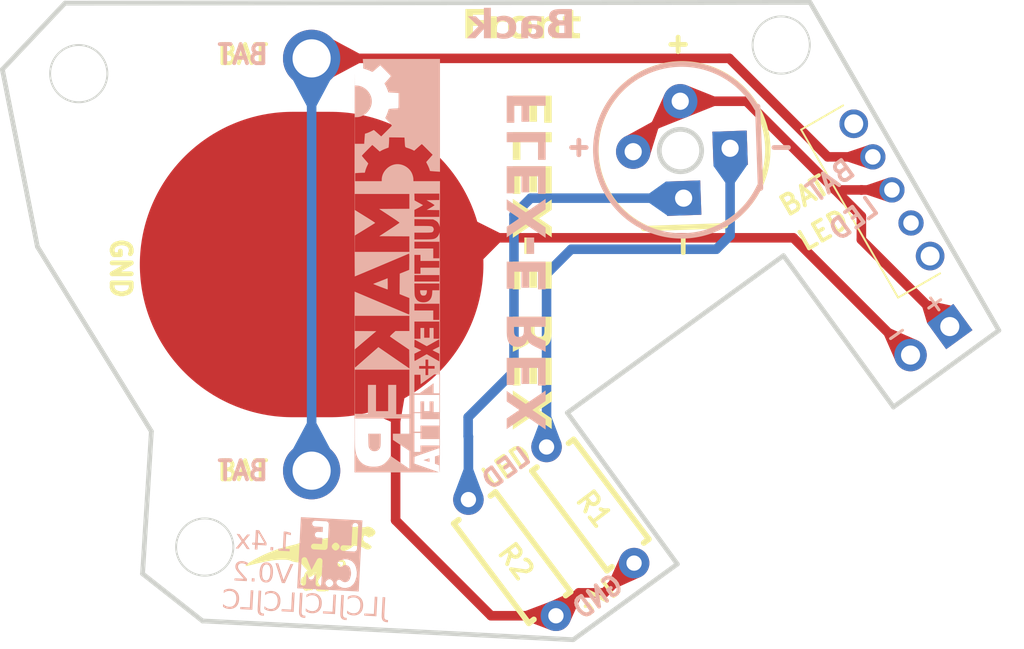
<source format=kicad_pcb>
(kicad_pcb (version 20221018) (generator pcbnew)
  (layers (0 "F.Cu" signal) (31 "B.Cu" signal) (34 "B.Paste" user) (35 "F.Paste" user) (36 "B.SilkS" user "B.Silkscreen") (37 "F.SilkS" user "F.Silkscreen") (38 "B.Mask" user) (39 "F.Mask" user) (44 "Edge.Cuts" user))
  (net 0 "")
  (net 1 "GND")
  (net 2 "Net-(BT1-PadS+1)")
  (net 3 "+3V0")
  (net 4 "Net-(D1-K)")
  (net 5 "Net-(D2-K)")
  (footprint "Connector_PinHeader_2.54mm:PinHeader_1x02_P2.54mm_Vertical" (layer "F.Cu") (at 95.231497 48.650574 -54)
    (fp_text reference "J1" hide)
    (fp_text value "Conn_01x02_Pin")
  )
  (footprint "LED_THT:LED_D8.0mm-3" (layer "F.Cu") (at 81.288122 41.923462 92)
    (fp_text reference "D1" hide)
    (fp_text value "LED" hide)
  )
  (footprint "BK-913:BAT_BK-913" (layer "F.Cu") (at 61.8 45.4 -90)
    (fp_text reference "BT1" hide)
    (fp_text value "BK-913")
  )
  (footprint "footprints:1825232-1_TEC" (layer "F.Cu") (at 93.201161 43.224201 120)
    (fp_text reference "SW1" hide)
    (fp_text value "1825232-1")
  )
  (footprint "Resistor_THT:R_Axial_DIN0207_L6.3mm_D2.5mm_P7.62mm_Horizontal" (layer "F.Cu") (at 70.01417 57.714397 -53)
    (fp_text reference "R2")
    (fp_text value "R")
  )
  (footprint "Resistor_THT:R_Axial_DIN0207_L6.3mm_D2.5mm_P7.62mm_Horizontal" (layer "F.Cu") (at 74.107085 54.957199 -53)
    (fp_text reference "R1")
    (fp_text value "R")
  )
  (footprint "LED_THT:LED_D8.0mm-3" (layer "B.Cu") (at 83.723462 39.311879 -178)
    (fp_text reference "D2" hide)
    (fp_text value "LED" hide)
  )
  (gr_poly (pts (xy 67.485115 46.825098) (xy 67.486478 46.840716) (xy 67.488683 46.856443) (xy 67.491676 46.872146) (xy 67.495403 46.887694) (xy 67.49981 46.902956) (xy 67.504842 46.917798) (xy 67.510445 46.932091) (xy 67.516565 46.945701) (xy 67.523147 46.958498) (xy 67.530138 46.970348) (xy 67.537482 46.981122) (xy 67.54127 46.986063) (xy 67.545126 46.990686) (xy 67.549044 46.994973) (xy 67.553016 46.998909) (xy 67.557036 47.002476) (xy 67.561097 47.005659) (xy 67.565192 47.008441) (xy 67.569315 47.010805) (xy 67.578409 47.015146) (xy 67.588407 47.018911) (xy 67.599181 47.022102) (xy 67.610601 47.024722) (xy 67.622537 47.026774) (xy 67.634861 47.02826) (xy 67.647443 47.029183) (xy 67.660155 47.029545) (xy 67.672867 47.029349) (xy 67.685449 47.028598) (xy 67.697773 47.027293) (xy 67.709709 47.025439) (xy 67.721129 47.023036) (xy 67.731903 47.020088) (xy 67.741901 47.016598) (xy 67.750995 47.012568) (xy 67.759814 47.00694) (xy 67.768383 47.000035) (xy 67.776657 46.991941) (xy 67.784592 46.982747) (xy 67.792145 46.972541) (xy 67.799271 46.961409) (xy 67.805928 46.949439) (xy 67.81207 46.936721) (xy 67.817654 46.923341) (xy 67.822636 46.909388) (xy 67.826972 46.894948) (xy 67.830618 46.880111) (xy 67.833531 46.864964) (xy 67.835665 46.849594) (xy 67.836978 46.834091) (xy 67.837426 46.81854) (xy 67.837426 46.747984) (xy 67.484648 46.747984) (xy 67.484648 46.809721)) (fill solid) (layer "B.SilkS"))
  (gr_poly (pts (xy 66.262273 56.290624) (xy 67.824858 56.288418) (xy 68.29849 56.286158) (xy 68.470662 56.283566) (xy 68.421383 56.264605) (xy 68.292068 56.217863) (xy 67.872704 56.070137) (xy 67.440771 55.918443) (xy 67.232412 55.846124) (xy 67.183023 55.828485) (xy 67.188315 55.650333) (xy 67.193606 55.472179) (xy 67.810967 55.255222) (xy 68.460079 55.027679) (xy 68.464775 55.026346) (xy 68.468963 55.025778) (xy 68.472671 55.02616) (xy 68.475926 55.027679) (xy 68.478757 55.030522) (xy 68.481194 55.034873) (xy 68.483263 55.040919) (xy 68.484993 55.048846) (xy 68.486414 55.05884) (xy 68.487553 55.071088) (xy 68.4891 55.103086) (xy 68.489861 55.146328) (xy 68.490065 55.202304) (xy 68.490065 55.387512) (xy 68.375412 55.419261) (xy 68.260759 55.452776) (xy 68.260759 55.842595) (xy 68.37012 55.877872) (xy 68.481245 55.91315) (xy 68.486537 56.101888) (xy 68.486968 56.121448) (xy 68.487591 56.140383) (xy 68.488389 56.158605) (xy 68.489348 56.176026) (xy 68.490451 56.192558) (xy 68.491684 56.208114) (xy 68.49303 56.222605) (xy 68.494474 56.235943) (xy 68.496001 56.248041) (xy 68.497596 56.258812) (xy 68.499242 56.268166) (xy 68.500924 56.276016) (xy 68.502626 56.282275) (xy 68.504334 56.286855) (xy 68.505185 56.288487) (xy 68.506032 56.289667) (xy 68.506872 56.290382) (xy 68.507703 56.290624) (xy 68.520933 54.644915) (xy 68.523578 49.945915) (xy 68.517405 45.357159) (xy 68.512168 44.106396) (xy 68.50594 43.694694) (xy 68.501771 43.71678) (xy 68.496572 43.738677) (xy 68.490386 43.760322) (xy 68.483257 43.781648) (xy 68.475229 43.802592) (xy 68.466345 43.823089) (xy 68.45665 43.843075) (xy 68.446188 43.862484) (xy 68.435002 43.881252) (xy 68.423137 43.899315) (xy 68.410636 43.916608) (xy 68.397543 43.933067) (xy 68.383903 43.948626) (xy 68.369759 43.963222) (xy 68.355154 43.976789) (xy 68.340134 43.989263) (xy 68.319308 44.004285) (xy 68.298703 44.017664) (xy 68.277634 44.029493) (xy 68.255412 44.039865) (xy 68.231351 44.048872) (xy 68.204763 44.056608) (xy 68.17496 44.063165) (xy 68.141256 44.068638) (xy 68.102963 44.073118) (xy 68.059393 44.076699) (xy 67.953677 44.081536) (xy 67.818609 44.083892) (xy 67.64869 44.084512) (xy 67.184787 44.084512) (xy 67.184787 44.207985) (xy 68.490065 44.207985) (xy 68.490065 45.07229) (xy 68.172565 45.07229) (xy 68.172565 44.560763) (xy 67.184787 44.560763) (xy 67.184787 44.895902) (xy 67.502287 44.895902) (xy 67.502287 45.213402) (xy 68.490065 45.213402) (xy 68.490065 45.566179) (xy 67.502287 45.566179) (xy 67.502287 45.883679) (xy 67.184787 45.883679) (xy 67.184787 45.954235) (xy 68.490065 45.954235) (xy 68.490065 46.289374) (xy 67.184787 46.289374) (xy 67.184787 45.954235) (xy 67.184787 45.883679) (xy 67.184787 44.895902) (xy 67.184787 44.560763) (xy 67.184787 44.207985) (xy 67.184787 44.084512) (xy 67.184787 43.731735) (xy 67.625759 43.731735) (xy 67.707069 43.731639) (xy 67.7794 43.731294) (xy 67.843323 43.730619) (xy 67.89941 43.72953) (xy 67.924693 43.728805) (xy 67.948231 43.727946) (xy 67.970095 43.726942) (xy 67.990357 43.725782) (xy 68.009088 43.724458) (xy 68.02636 43.722957) (xy 68.042243 43.721271) (xy 68.056809 43.719388) (xy 68.070131 43.717299) (xy 68.082278 43.714992) (xy 68.093322 43.712458) (xy 68.103335 43.709687) (xy 68.112389 43.706667) (xy 68.120554 43.703389) (xy 68.127901 43.699842) (xy 68.134503 43.696017) (xy 68.140431 43.691901) (xy 68.145755 43.687486) (xy 68.150548 43.682761) (xy 68.154881 43.677716) (xy 68.158825 43.67234) (xy 68.162451 43.666623) (xy 68.165831 43.660554) (xy 68.169037 43.654124) (xy 68.17528 43.640752) (xy 68.180785 43.628344) (xy 68.185555 43.616789) (xy 68.189597 43.605975) (xy 68.192916 43.595792) (xy 68.195516 43.586128) (xy 68.197403 43.576873) (xy 68.198582 43.567914) (xy 68.198908 43.563511) (xy 68.199058 43.559142) (xy 68.199035 43.55479) (xy 68.198837 43.550444) (xy 68.197923 43.54171) (xy 68.196322 43.532829) (xy 68.194039 43.52369) (xy 68.191079 43.514181) (xy 68.187447 43.504191) (xy 68.183148 43.49361) (xy 68.174561 43.474591) (xy 68.165547 43.457791) (xy 68.155433 43.443074) (xy 68.143543 43.430303) (xy 68.129204 43.41934) (xy 68.111742 43.410049) (xy 68.090481 43.402293) (xy 68.064747 43.395935) (xy 68.033866 43.390837) (xy 67.997165 43.386864) (xy 67.953967 43.383877) (xy 67.903599 43.381741) (xy 67.778656 43.379471) (xy 67.61694 43.378957) (xy 67.184787 43.378957) (xy 67.184787 43.024416) (xy 67.675148 43.029707) (xy 68.163745 43.034999) (xy 68.264287 43.084388) (xy 68.289926 43.09767) (xy 68.313958 43.111763) (xy 68.33643 43.126734) (xy 68.357387 43.142652) (xy 68.376877 43.159582) (xy 68.394945 43.177592) (xy 68.41164 43.196749) (xy 68.427006 43.217121) (xy 68.44109 43.238774) (xy 68.453939 43.261776) (xy 68.4656 43.286194) (xy 68.476119 43.312095) (xy 68.485542 43.339546) (xy 68.493916 43.368615) (xy 68.501288 43.399369) (xy 68.507703 43.431874) (xy 68.509025 43.433607) (xy 68.510339 43.422665) (xy 68.512913 43.365149) (xy 68.517625 43.124296) (xy 68.523578 42.273) (xy 68.525342 41.032985) (xy 67.183023 41.032985) (xy 67.183023 41.685624) (xy 68.490065 41.685624) (xy 68.490065 42.020763) (xy 68.153162 42.02429) (xy 67.818023 42.029582) (xy 68.031453 42.15129) (xy 68.07389 42.176743) (xy 68.113309 42.201121) (xy 68.148842 42.223845) (xy 68.16488 42.234405) (xy 68.17962 42.244336) (xy 68.192955 42.253564) (xy 68.204776 42.262016) (xy 68.214975 42.269621) (xy 68.223442 42.276306) (xy 68.230069 42.281999) (xy 68.234749 42.286628) (xy 68.236324 42.28852) (xy 68.237371 42.29012) (xy 68.237877 42.291416) (xy 68.237829 42.292402) (xy 68.236131 42.294954) (xy 68.23243 42.298596) (xy 68.219445 42.308883) (xy 68.199722 42.322726) (xy 68.174108 42.339586) (xy 68.14345 42.358926) (xy 68.108596 42.38021) (xy 68.070393 42.4029) (xy 68.029689 42.426457) (xy 67.828606 42.54111) (xy 68.160217 42.546402) (xy 68.490065 42.54993) (xy 68.490065 42.902707) (xy 67.184787 42.902707) (xy 67.184787 42.54111) (xy 67.414092 42.419402) (xy 67.459668 42.394184) (xy 67.501874 42.370454) (xy 67.539821 42.348709) (xy 67.572622 42.329444) (xy 67.599387 42.313155) (xy 67.610228 42.306282) (xy 67.619227 42.300339) (xy 67.626273 42.295389) (xy 67.631254 42.291492) (xy 67.63406 42.288712) (xy 67.634612 42.28776) (xy 67.634579 42.28711) (xy 67.564685 42.246761) (xy 67.493936 42.206991) (xy 67.408801 42.16011) (xy 67.193606 42.04193) (xy 67.188315 41.863777) (xy 67.183023 41.685624) (xy 67.183023 41.032985) (xy 67.181259 41.032985) (xy 67.181259 46.395207) (xy 68.490065 46.395207) (xy 68.490065 46.747984) (xy 68.12494 46.747984) (xy 68.11612 46.896152) (xy 68.113987 46.926774) (xy 68.1109 46.95646) (xy 68.106865 46.985202) (xy 68.101889 47.012996) (xy 68.095979 47.039833) (xy 68.089141 47.065707) (xy 68.081384 47.090613) (xy 68.072712 47.114543) (xy 68.063134 47.137491) (xy 68.052655 47.159452) (xy 68.041283 47.180417) (xy 68.029025 47.200381) (xy 68.015887 47.219337) (xy 68.001875 47.23728) (xy 67.986998 47.254201) (xy 67.971261 47.270096) (xy 67.954671 47.284957) (xy 67.937236 47.298778) (xy 67.918961 47.311552) (xy 67.899854 47.323274) (xy 67.879922 47.333936) (xy 67.859171 47.343533) (xy 67.837608 47.352057) (xy 67.815239 47.359503) (xy 67.792073 47.365863) (xy 67.768114 47.371131) (xy 67.743371 47.375302) (xy 67.71785 47.378368) (xy 67.691558 47.380323) (xy 67.664501 47.38116) (xy 67.636686 47.380873) (xy 67.60812 47.379456) (xy 67.573651 47.376101) (xy 67.540975 47.371295) (xy 67.510026 47.364996) (xy 67.495177 47.361273) (xy 67.480734 47.35716) (xy 67.46669 47.352652) (xy 67.453035 47.347742) (xy 67.439761 47.342427) (xy 67.42686 47.3367) (xy 67.414323 47.330555) (xy 67.402142 47.323988) (xy 67.390309 47.316992) (xy 67.378815 47.309563) (xy 67.367651 47.301694) (xy 67.35681 47.293381) (xy 67.346283 47.284617) (xy 67.336061 47.275398) (xy 67.326136 47.265717) (xy 67.316501 47.25557) (xy 67.307145 47.24495) (xy 67.298062 47.233853) (xy 67.289242 47.222273) (xy 67.280677 47.210204) (xy 67.264279 47.184578) (xy 67.248801 47.156932) (xy 67.234176 47.127221) (xy 67.222293 47.098568) (xy 67.217297 47.084468) (xy 67.212871 47.069977) (xy 67.208973 47.054691) (xy 67.205557 47.038203) (xy 67.202581 47.020108) (xy 67.2 47) (xy 67.195849 46.952124) (xy 67.192752 46.891328) (xy 67.190358 46.814368) (xy 67.188315 46.717999) (xy 67.184787 46.556612) (xy 67.184787 47.45354) (xy 68.490065 47.45354) (xy 68.490065 48.300206) (xy 68.172565 48.300206) (xy 68.172565 47.806319) (xy 67.184787 47.806319) (xy 67.184787 48.388402) (xy 68.490065 48.388402) (xy 68.490065 49.287984) (xy 68.477718 49.287984) (xy 68.477718 49.323262) (xy 68.478374 49.323513) (xy 68.479019 49.324258) (xy 68.480274 49.327179) (xy 68.481477 49.331924) (xy 68.482623 49.338393) (xy 68.484725 49.356098) (xy 68.486537 49.379486) (xy 68.488018 49.407754) (xy 68.489128 49.440093) (xy 68.489824 49.475697) (xy 68.490065 49.513762) (xy 68.490065 49.704263) (xy 68.313676 49.790692) (xy 68.278243 49.808318) (xy 68.245187 49.825199) (xy 68.215232 49.840922) (xy 68.189101 49.855075) (xy 68.167518 49.867243) (xy 68.158657 49.872454) (xy 68.151205 49.877013) (xy 68.145251 49.88087) (xy 68.140887 49.883972) (xy 68.138202 49.886268) (xy 68.137517 49.887097) (xy 68.137287 49.887706) (xy 68.138202 49.889144) (xy 68.140887 49.891441) (xy 68.151205 49.8984) (xy 68.167518 49.90817) (xy 68.189101 49.920338) (xy 68.215232 49.934491) (xy 68.245187 49.950214) (xy 68.278243 49.967095) (xy 68.313676 49.98472) (xy 68.490065 50.071152) (xy 68.490065 50.471555) (xy 68.490065 51.157707) (xy 68.490065 52.145485) (xy 68.190204 52.145485) (xy 68.190204 51.616318) (xy 67.821551 51.880901) (xy 67.451134 52.145485) (xy 67.184787 52.145485) (xy 67.184787 52.233679) (xy 68.490065 52.233679) (xy 68.490065 53.133263) (xy 68.190204 53.133263) (xy 68.190204 52.568817) (xy 67.978537 52.568817) (xy 67.978537 53.080345) (xy 67.696315 53.080345) (xy 67.696315 52.568817) (xy 67.502287 52.568817) (xy 67.502287 53.133263) (xy 67.184787 53.133263) (xy 67.184787 53.186179) (xy 67.502287 53.186179) (xy 67.502287 53.503679) (xy 68.490065 53.503679) (xy 68.490065 53.838817) (xy 67.502287 53.838817) (xy 67.502287 54.156317) (xy 67.184787 54.156317) (xy 67.184787 54.226872) (xy 67.502287 54.226872) (xy 67.502287 54.544373) (xy 68.490065 54.544373) (xy 68.490065 54.879512) (xy 67.502287 54.879512) (xy 67.502287 55.21465) (xy 67.184787 55.21465) (xy 67.184787 54.226872) (xy 67.184787 54.156317) (xy 67.184787 53.186179) (xy 67.184787 53.133263) (xy 67.184787 52.233679) (xy 67.184787 52.145485) (xy 67.184787 51.175345) (xy 67.500523 51.175345) (xy 67.505815 51.42229) (xy 67.511107 51.669234) (xy 67.869176 51.41347) (xy 68.227245 51.157707) (xy 68.490065 51.157707) (xy 68.490065 50.471555) (xy 68.44244 50.445096) (xy 68.400823 50.422606) (xy 68.325141 50.380273) (xy 68.112592 50.259888) (xy 68.003975 50.1976) (xy 67.914375 50.146557) (xy 67.907981 50.142969) (xy 67.907981 50.381595) (xy 67.907981 50.716734) (xy 68.24312 50.716734) (xy 68.24312 50.857846) (xy 67.907981 50.857846) (xy 67.907981 51.192984) (xy 67.76687 51.192984) (xy 67.76687 50.857846) (xy 67.431731 50.857846) (xy 67.431731 50.716734) (xy 67.76687 50.716734) (xy 67.76687 50.381595) (xy 67.907981 50.381595) (xy 67.907981 50.142969) (xy 67.852887 50.112051) (xy 67.835528 50.102653) (xy 67.830691 50.100207) (xy 67.828606 50.099373) (xy 67.821365 50.102815) (xy 67.803085 50.112685) (xy 67.738207 50.148982) (xy 67.528745 50.268707) (xy 67.413128 50.334494) (xy 67.314212 50.390194) (xy 67.242747 50.429689) (xy 67.220668 50.441447) (xy 67.209481 50.44686) (xy 67.205716 50.447726) (xy 67.202343 50.447587) (xy 67.199342 50.446306) (xy 67.196693 50.443745) (xy 67.194375 50.439769) (xy 67.192366 50.43424) (xy 67.190647 50.427021) (xy 67.189197 50.417976) (xy 67.187994 50.406967) (xy 67.187019 50.393857) (xy 67.185669 50.360787) (xy 67.18498 50.317671) (xy 67.184787 50.263414) (xy 67.184787 50.072916) (xy 67.364703 49.981192) (xy 67.546384 49.891235) (xy 67.364703 49.806569) (xy 67.184787 49.721902) (xy 67.184787 49.531401) (xy 67.184869 49.508333) (xy 67.185114 49.486753) (xy 67.18552 49.466661) (xy 67.186082 49.448058) (xy 67.1868 49.430943) (xy 67.187671 49.415316) (xy 67.188691 49.401177) (xy 67.189858 49.388527) (xy 67.19117 49.377364) (xy 67.192625 49.367691) (xy 67.194218 49.359505) (xy 67.195949 49.352808) (xy 67.196865 49.350017) (xy 67.197814 49.347599) (xy 67.198796 49.345552) (xy 67.199811 49.343878) (xy 67.200858 49.342576) (xy 67.201937 49.341645) (xy 67.203048 49.341087) (xy 67.20419 49.340901) (xy 67.207697 49.341775) (xy 67.214139 49.344339) (xy 67.235168 49.354185) (xy 67.305172 49.39029) (xy 67.403619 49.443592) (xy 67.519926 49.50847) (xy 67.579567 49.542005) (xy 67.635901 49.573348) (xy 67.687605 49.601798) (xy 67.733356 49.626651) (xy 67.771831 49.647205) (xy 67.801707 49.662756) (xy 67.821661 49.672602) (xy 67.827504 49.675166) (xy 67.83037 49.676041) (xy 67.839324 49.672441) (xy 67.859998 49.662122) (xy 67.931132 49.624226) (xy 68.033025 49.568139) (xy 68.154926 49.499651) (xy 68.276551 49.431162) (xy 68.377837 49.375076) (xy 68.417597 49.353493) (xy 68.448365 49.33718) (xy 68.468839 49.326862) (xy 68.474809 49.324177) (xy 68.477718 49.323262) (xy 68.477718 49.287984) (xy 68.190204 49.287984) (xy 68.190204 48.72354) (xy 67.978537 48.72354) (xy 67.978537 49.235068) (xy 67.696315 49.235068) (xy 67.696315 48.72354) (xy 67.502287 48.72354) (xy 67.502287 49.287984) (xy 67.184787 49.287984) (xy 67.184787 48.388402) (xy 67.184787 47.806319) (xy 67.184787 47.45354) (xy 67.184787 46.556612) (xy 67.181259 46.395207) (xy 67.181259 41.032985) (xy 67.13187 41.032985) (xy 67.13187 40.937735) (xy 67.131259 40.914654) (xy 67.129459 40.8905) (xy 67.126522 40.865441) (xy 67.1225 40.839647) (xy 67.117444 40.813283) (xy 67.111406 40.78652) (xy 67.104439 40.759524) (xy 67.096593 40.732463) (xy 67.08792 40.705505) (xy 67.078471 40.678819) (xy 67.0683 40.652572) (xy 67.057456 40.626932) (xy 67.045993 40.602068) (xy 67.033961 40.578147) (xy 67.021412 40.555336) (xy 67.008398 40.533805) (xy 66.97343 40.483288) (xy 66.934863 40.435678) (xy 66.892983 40.391112) (xy 66.848077 40.349726) (xy 66.800433 40.311658) (xy 66.750336 40.277045) (xy 66.698075 40.246023) (xy 66.643935 40.21873) (xy 66.588203 40.195302) (xy 66.531166 40.175876) (xy 66.473112 40.16059) (xy 66.414326 40.14958) (xy 66.355096 40.142983) (xy 66.295708 40.140936) (xy 66.236449 40.143576) (xy 66.177606 40.151041) (xy 66.141295 40.158004) (xy 66.105482 40.166622) (xy 66.070208 40.176848) (xy 66.035517 40.18863) (xy 66.001451 40.20192) (xy 65.968053 40.216669) (xy 65.935366 40.232826) (xy 65.903432 40.250342) (xy 65.872294 40.269169) (xy 65.841994 40.289256) (xy 65.812575 40.310554) (xy 65.78408 40.333014) (xy 65.730032 40.381222) (xy 65.68019 40.433484) (xy 65.634895 40.489404) (xy 65.61406 40.518613) (xy 65.59449 40.548588) (xy 65.576226 40.57928) (xy 65.559313 40.610639) (xy 65.543793 40.642617) (xy 65.529708 40.675164) (xy 65.517101 40.70823) (xy 65.506014 40.741766) (xy 65.496491 40.775722) (xy 65.488574 40.81005) (xy 65.482305 40.844699) (xy 65.477727 40.879621) (xy 65.474883 40.914765) (xy 65.473815 40.950083) (xy 65.473815 41.032985) (xy 64.080343 41.032985) (xy 64.080343 40.614944) (xy 64.24262 40.602596) (xy 64.312046 40.59871) (xy 64.382629 40.59532) (xy 64.446267 40.592922) (xy 64.472949 40.592251) (xy 64.494857 40.592013) (xy 64.586579 40.592013) (xy 64.618329 40.47736) (xy 64.62545 40.451643) (xy 64.634617 40.422762) (xy 64.645397 40.391691) (xy 64.657355 40.3594) (xy 64.670057 40.326861) (xy 64.683069 40.295046) (xy 64.695957 40.264925) (xy 64.708287 40.237471) (xy 64.720486 40.212257) (xy 64.731796 40.188551) (xy 64.741991 40.166871) (xy 64.750841 40.147734) (xy 64.75812 40.131655) (xy 64.763602 40.119153) (xy 64.767057 40.110743) (xy 64.767954 40.108235) (xy 64.768259 40.106944) (xy 64.767385 40.104996) (xy 64.764821 40.101204) (xy 64.754975 40.088478) (xy 64.71887 40.045208) (xy 64.665568 39.983416) (xy 64.60069 39.909388) (xy 64.567155 39.871) (xy 64.535812 39.83445) (xy 64.507362 39.800588) (xy 64.482509 39.770261) (xy 64.461956 39.744316) (xy 64.453511 39.733252) (xy 64.446405 39.723601) (xy 64.440725 39.715469) (xy 64.436559 39.708963) (xy 64.433995 39.704187) (xy 64.433341 39.702482) (xy 64.433121 39.701249) (xy 64.434544 39.697884) (xy 64.438719 39.691854) (xy 64.454756 39.672393) (xy 64.480094 39.644043) (xy 64.513598 39.607983) (xy 64.600552 39.517446) (xy 64.706523 39.410207) (xy 64.978162 39.138569) (xy 65.018732 39.173846) (xy 65.03018 39.183152) (xy 65.046816 39.197356) (xy 65.092594 39.237567) (xy 65.212759 39.344944) (xy 65.366218 39.482527) (xy 65.461468 39.427847) (xy 65.48363 39.415923) (xy 65.509782 39.402904) (xy 65.538951 39.389182) (xy 65.570167 39.37515) (xy 65.602458 39.361201) (xy 65.634852 39.347727) (xy 65.666378 39.335122) (xy 65.696065 39.323777) (xy 65.835412 39.272624) (xy 65.845995 39.14386) (xy 65.848555 39.114687) (xy 65.850929 39.082124) (xy 65.855035 39.011128) (xy 65.85815 38.93947) (xy 65.860106 38.875749) (xy 65.86187 38.73993) (xy 66.262273 38.743457) (xy 66.66444 38.748749) (xy 66.676787 38.951596) (xy 66.683274 39.060658) (xy 66.685937 39.103754) (xy 66.688666 39.14014) (xy 66.691797 39.1705) (xy 66.693619 39.183635) (xy 66.695669 39.19552) (xy 66.69799 39.206241) (xy 66.700622 39.215883) (xy 66.703609 39.224533) (xy 66.706993 39.232275) (xy 66.710817 39.239196) (xy 66.715122 39.245381) (xy 66.71995 39.250915) (xy 66.725345 39.255885) (xy 66.731349 39.260375) (xy 66.738003 39.264471) (xy 66.745351 39.268259) (xy 66.753433 39.271825) (xy 66.771974 39.278631) (xy 66.793965 39.285574) (xy 66.849648 39.30261) (xy 66.881657 39.313211) (xy 66.914884 39.324907) (xy 66.948402 39.337306) (xy 66.981278 39.350015) (xy 67.012584 39.362641) (xy 67.041388 39.374792) (xy 67.066761 39.386075) (xy 67.087773 39.396096) (xy 67.174204 39.440194) (xy 67.368231 39.267332) (xy 67.407698 39.231975) (xy 67.44485 39.19912) (xy 67.47886 39.169447) (xy 67.508901 39.14364) (xy 67.534147 39.12238) (xy 67.55377 39.10635) (xy 67.561215 39.100509) (xy 67.566944 39.096232) (xy 67.570855 39.093603) (xy 67.572095 39.092933) (xy 67.572842 39.092707) (xy 67.575258 39.094151) (xy 67.580422 39.098388) (xy 67.598419 39.114673) (xy 67.661037 39.174508) (xy 67.751436 39.263116) (xy 67.860357 39.371402) (xy 68.139051 39.650097) (xy 67.971481 39.840596) (xy 67.905584 39.914322) (xy 67.851757 39.975314) (xy 67.831077 39.999123) (xy 67.81546 40.017454) (xy 67.80559 40.029543) (xy 67.803023 40.033007) (xy 67.802148 40.034624) (xy 67.807688 40.046696) (xy 67.822653 40.076958) (xy 67.87094 40.172208) (xy 67.885678 40.201236) (xy 67.90054 40.232125) (xy 67.915154 40.263923) (xy 67.929148 40.29568) (xy 67.94215 40.326445) (xy 67.953787 40.355266) (xy 67.963689 40.381194) (xy 67.971481 40.403277) (xy 68.001468 40.502055) (xy 68.109065 40.510874) (xy 68.230553 40.520576) (xy 68.302789 40.525757) (xy 68.371884 40.530277) (xy 68.525342 40.54086) (xy 68.525342 34.630069) (xy 64.480745 34.630069) (xy 64.493093 34.792347) (xy 64.496979 34.861745) (xy 64.500369 34.932135) (xy 64.502767 34.995249) (xy 64.503438 35.021494) (xy 64.503676 35.042819) (xy 64.503676 35.132777) (xy 64.63244 35.171583) (xy 64.672985 35.184519) (xy 64.718016 35.200329) (xy 64.765734 35.218247) (xy 64.814341 35.237508) (xy 64.862038 35.257348) (xy 64.907028 35.277003) (xy 64.947511 35.295706) (xy 64.98169 35.312694) (xy 64.983718 35.31242) (xy 64.987743 35.310334) (xy 65.001341 35.301091) (xy 65.021594 35.285688) (xy 65.047615 35.264848) (xy 65.078514 35.239296) (xy 65.113403 35.209754) (xy 65.151392 35.176947) (xy 65.191593 35.141597) (xy 65.39444 34.965208) (xy 65.67137 35.242138) (xy 65.779657 35.351059) (xy 65.826989 35.399152) (xy 65.868264 35.441458) (xy 65.902347 35.476818) (xy 65.928099 35.504076) (xy 65.944384 35.522073) (xy 65.948621 35.527237) (xy 65.950065 35.529652) (xy 65.949191 35.5316) (xy 65.946627 35.535392) (xy 65.936781 35.548118) (xy 65.900676 35.591388) (xy 65.847373 35.65318) (xy 65.782495 35.727208) (xy 65.614926 35.91418) (xy 65.662551 36.000611) (xy 65.673393 36.020458) (xy 65.685785 36.044956) (xy 65.699293 36.073133) (xy 65.713483 36.104019) (xy 65.727922 36.13664) (xy 65.742174 36.170027) (xy 65.755806 36.203206) (xy 65.768384 36.235208) (xy 65.823065 36.385138) (xy 66.089412 36.401013) (xy 66.355759 36.416888) (xy 66.355759 36.808472) (xy 66.355559 36.923713) (xy 66.355271 36.972062) (xy 66.354822 37.014709) (xy 66.354187 37.052012) (xy 66.353341 37.084331) (xy 66.352256 37.112025) (xy 66.351617 37.124249) (xy 66.350909 37.135453) (xy 66.350128 37.145679) (xy 66.349271 37.154974) (xy 66.348336 37.163382) (xy 66.347319 37.170947) (xy 66.346216 37.177716) (xy 66.345025 37.183733) (xy 66.343742 37.189042) (xy 66.342365 37.193689) (xy 66.340889 37.197718) (xy 66.339311 37.201174) (xy 66.337629 37.204103) (xy 66.33584 37.206549) (xy 66.333939 37.208557) (xy 66.331923 37.210172) (xy 66.32979 37.211439) (xy 66.327537 37.212402) (xy 66.319207 37.21438) (xy 66.306536 37.216316) (xy 66.290144 37.218169) (xy 66.270652 37.219899) (xy 66.248679 37.221463) (xy 66.224846 37.22282) (xy 66.199772 37.223929) (xy 66.174079 37.224749) (xy 66.116422 37.226706) (xy 66.054134 37.22982) (xy 66.023528 37.23176) (xy 65.994493 37.233927) (xy 65.967938 37.236301) (xy 65.944773 37.238861) (xy 65.842468 37.249444) (xy 65.791315 37.404666) (xy 65.779553 37.43725) (xy 65.767006 37.470867) (xy 65.754046 37.504567) (xy 65.741044 37.537399) (xy 65.728373 37.568411) (xy 65.716405 37.596654) (xy 65.705511 37.621176) (xy 65.696065 37.641027) (xy 65.655496 37.72393) (xy 65.828356 37.917958) (xy 65.863713 37.957425) (xy 65.896569 37.994577) (xy 65.926242 38.028587) (xy 65.952049 38.058628) (xy 65.973309 38.083873) (xy 65.989339 38.103497) (xy 65.99518 38.110941) (xy 65.999457 38.116671) (xy 66.002086 38.120581) (xy 66.002756 38.121821) (xy 66.002981 38.122569) (xy 66.001538 38.124984) (xy 65.9973 38.130148) (xy 65.981016 38.148145) (xy 65.921181 38.210763) (xy 65.832573 38.301162) (xy 65.724287 38.410083) (xy 65.445593 38.687013) (xy 65.255092 38.519444) (xy 65.181092 38.454566) (xy 65.119494 38.401263) (xy 65.095361 38.38071) (xy 65.076747 38.365158) (xy 65.064458 38.355312) (xy 65.060938 38.352748) (xy 65.059301 38.351874) (xy 65.055343 38.353235) (xy 65.046485 38.357138) (xy 65.016306 38.371498) (xy 64.973229 38.392802) (xy 64.921718 38.418902) (xy 64.893271 38.433058) (xy 64.86282 38.447483) (xy 64.831336 38.461783) (xy 64.799789 38.475567) (xy 64.769152 38.488441) (xy 64.740395 38.500014) (xy 64.714492 38.509891) (xy 64.692412 38.51768) (xy 64.593634 38.547666) (xy 64.584815 38.657027) (xy 64.563648 38.92161) (xy 64.553065 39.075069) (xy 64.062704 39.075069) (xy 64.062704 41.703263) (xy 66.920204 41.703263) (xy 66.920204 42.479374) (xy 66.126454 42.482902) (xy 65.334467 42.488194) (xy 65.87069 42.840971) (xy 65.978804 42.911651) (xy 66.079435 42.978444) (xy 66.170392 43.039781) (xy 66.249485 43.094089) (xy 66.314521 43.139799) (xy 66.363311 43.175338) (xy 66.380928 43.188803) (xy 66.393662 43.199137) (xy 66.401239 43.206142) (xy 66.403008 43.208336) (xy 66.403384 43.209624) (xy 66.391344 43.220462) (xy 66.359315 43.244075) (xy 66.243973 43.323836) (xy 66.074722 43.437331) (xy 65.868926 43.572985) (xy 65.341523 43.916943) (xy 66.131745 43.922234) (xy 66.920204 43.925763) (xy 66.920204 44.737151) (xy 64.062704 44.737151) (xy 64.062704 44.310291) (xy 64.064468 43.881666) (xy 64.593634 43.55711) (xy 64.799706 43.430303) (xy 64.969563 43.324497) (xy 65.085511 43.250772) (xy 65.11774 43.229402) (xy 65.126451 43.223196) (xy 65.129857 43.220207) (xy 65.128041 43.216887) (xy 65.120793 43.210344) (xy 65.091079 43.188264) (xy 65.042885 43.155312) (xy 64.978383 43.112831) (xy 64.809132 43.004655) (xy 64.60069 42.874485) (xy 64.062704 42.542874) (xy 64.062704 41.703263) (xy 64.062704 39.075069) (xy 64.062704 37.681597) (xy 64.15619 37.681597) (xy 64.193903 37.680486) (xy 64.231593 37.677177) (xy 64.269195 37.671702) (xy 64.306644 37.664096) (xy 64.343877 37.654391) (xy 64.380827 37.642622) (xy 64.417432 37.628823) (xy 64.453626 37.613025) (xy 64.489344 37.595265) (xy 64.524522 37.575574) (xy 64.559096 37.553986) (xy 64.593001 37.530536) (xy 64.626171 37.505256) (xy 64.658543 37.478181) (xy 64.690053 37.449343) (xy 64.720634 37.418777) (xy 64.753827 37.382022) (xy 64.784593 37.343922) (xy 64.812904 37.304583) (xy 64.838732 37.264106) (xy 64.862049 37.222596) (xy 64.882826 37.180156) (xy 64.901035 37.136889) (xy 64.916647 37.092899) (xy 64.929633 37.048288) (xy 64.939966 37.003161) (xy 64.947618 36.95762) (xy 64.952558 36.911769) (xy 64.95476 36.865712) (xy 64.954195 36.819551) (xy 64.950833 36.77339) (xy 64.944648 36.727333) (xy 64.937685 36.691017) (xy 64.929067 36.655189) (xy 64.918843 36.619892) (xy 64.907062 36.585171) (xy 64.893775 36.551068) (xy 64.879032 36.517629) (xy 64.862882 36.484895) (xy 64.845374 36.45291) (xy 64.82656 36.421719) (xy 64.806487 36.391365) (xy 64.785207 36.361891) (xy 64.762768 36.333341) (xy 64.714615 36.279188) (xy 64.662426 36.229255) (xy 64.606599 36.183889) (xy 64.577446 36.163029) (xy 64.547532 36.143441) (xy 64.516908 36.125169) (xy 64.485623 36.108258) (xy 64.453727 36.092751) (xy 64.421269 36.07869) (xy 64.3883 36.066121) (xy 64.354869 36.055086) (xy 64.321026 36.045629) (xy 64.286821 36.037793) (xy 64.252303 36.031623) (xy 64.217522 36.027162) (xy 64.182528 36.024454) (xy 64.147371 36.023541) (xy 64.062704 36.023541) (xy 64.057412 35.323277) (xy 64.048593 40.323902) (xy 64.050798 44.349757) (xy 64.055042 45.574806) (xy 64.06094 46.02479) (xy 64.481848 45.850827) (xy 65.475579 45.432124) (xy 66.899037 44.830637) (xy 66.90218 44.830449) (xy 66.905004 44.832687) (xy 66.907517 44.837587) (xy 66.90973 44.845383) (xy 66.9133 44.870604) (xy 66.915794 44.910233) (xy 66.917296 44.966151) (xy 66.917888 45.040237) (xy 66.916676 45.250444) (xy 66.911384 45.679069) (xy 66.66444 45.777846) (xy 66.417495 45.876624) (xy 66.412204 46.41461) (xy 66.408676 46.950832) (xy 66.66444 47.054902) (xy 66.920204 47.157207) (xy 66.920204 47.58936) (xy 66.920177 47.660777) (xy 66.920069 47.723884) (xy 66.919843 47.779178) (xy 66.91946 47.827154) (xy 66.919196 47.848553) (xy 66.918879 47.868309) (xy 66.918504 47.886484) (xy 66.918064 47.903139) (xy 66.917556 47.918337) (xy 66.916975 47.93214) (xy 66.916316 47.944609) (xy 66.915573 47.955808) (xy 66.914743 47.965797) (xy 66.91382 47.974639) (xy 66.9128 47.982395) (xy 66.912252 47.985886) (xy 66.911677 47.989129) (xy 66.911076 47.992131) (xy 66.910447 47.994901) (xy 66.90979 47.997446) (xy 66.909105 47.999774) (xy 66.90839 48.001893) (xy 66.907646 48.00381) (xy 66.906871 48.005533) (xy 66.906065 48.007071) (xy 66.905227 48.00843) (xy 66.904358 48.009618) (xy 66.903455 48.010644) (xy 66.902519 48.011515) (xy 66.901548 48.012239) (xy 66.900543 48.012823) (xy 66.899503 48.013275) (xy 66.898427 48.013603) (xy 66.897315 48.013815) (xy 66.896165 48.013918) (xy 66.894977 48.013921) (xy 66.893752 48.01383) (xy 66.892487 48.013655) (xy 66.891183 48.013402) (xy 66.888454 48.012694) (xy 65.45794 47.411208) (xy 64.467957 46.992504) (xy 64.062704 46.822968) (xy 64.062704 48.088541) (xy 66.920204 48.088541) (xy 66.920204 48.882291) (xy 66.191718 48.882291) (xy 66.043551 49.016347) (xy 66.028556 49.030142) (xy 66.014044 49.043697) (xy 65.986748 49.069786) (xy 65.962222 49.094015) (xy 65.951173 49.105245) (xy 65.941025 49.115785) (xy 65.931848 49.12556) (xy 65.923713 49.134495) (xy 65.916689 49.142516) (xy 65.910846 49.149547) (xy 65.906253 49.155514) (xy 65.902981 49.160341) (xy 65.901861 49.162303) (xy 65.901098 49.163953) (xy 65.9007 49.165281) (xy 65.900676 49.166277) (xy 65.912158 49.176374) (xy 65.942596 49.199101) (xy 66.05215 49.27674) (xy 66.212967 49.387782) (xy 66.408676 49.520818) (xy 66.911384 49.863013) (xy 66.916676 50.35161) (xy 66.920204 50.841971) (xy 66.837301 50.785527) (xy 66.024148 50.228137) (xy 65.297426 49.727193) (xy 64.710051 50.242249) (xy 64.480635 50.444682) (xy 64.2876 50.614208) (xy 64.151449 50.733133) (xy 64.09269 50.783762) (xy 64.087703 50.787739) (xy 64.083302 50.790032) (xy 64.079454 50.790072) (xy 64.076126 50.78729) (xy 64.073283 50.781118) (xy 64.070893 50.770988) (xy 64.067334 50.736578) (xy 64.065181 50.679514) (xy 64.064165 50.595247) (xy 64.064468 50.326915) (xy 64.064468 49.84361) (xy 64.627148 49.36736) (xy 65.191593 48.89111) (xy 64.627148 48.885819) (xy 64.062704 48.882291) (xy 64.062704 50.910762) (xy 66.920204 50.910762) (xy 66.920204 53.239095) (xy 66.232287 53.239095) (xy 66.232287 51.704512) (xy 65.808954 51.704512) (xy 65.808954 53.080345) (xy 65.173954 53.080345) (xy 65.173954 51.704512) (xy 64.75062 51.704512) (xy 64.75062 53.221457) (xy 64.062704 53.221457) (xy 64.062704 53.468401) (xy 66.920204 53.468401) (xy 66.920204 54.262151) (xy 66.055898 54.262151) (xy 66.055898 54.426193) (xy 66.057662 54.58847) (xy 66.488051 54.875984) (xy 66.920204 55.161734) (xy 66.920204 56.098358) (xy 66.641509 55.909624) (xy 66.149384 55.57272) (xy 65.935954 55.426317) (xy 65.877745 55.52686) (xy 65.87131 55.53788) (xy 65.863965 55.549697) (xy 65.846877 55.575284) (xy 65.827144 55.602731) (xy 65.805426 55.631149) (xy 65.782385 55.65965) (xy 65.758683 55.687345) (xy 65.734981 55.713345) (xy 65.723336 55.725432) (xy 65.71194 55.736762) (xy 65.677786 55.769845) (xy 65.643348 55.800344) (xy 65.608466 55.828322) (xy 65.572978 55.85384) (xy 65.536727 55.87696) (xy 65.49955 55.897744) (xy 65.461288 55.916255) (xy 65.42178 55.932554) (xy 65.380867 55.946703) (xy 65.338388 55.958764) (xy 65.294183 55.9688) (xy 65.248092 55.976872) (xy 65.199955 55.983042) (xy 65.149611 55.987372) (xy 65.0969 55.989925) (xy 65.041662 55.990762) (xy 64.991842 55.989874) (xy 64.943257 55.987214) (xy 64.895914 55.982788) (xy 64.849819 55.9766) (xy 64.804976 55.968656) (xy 64.761392 55.958962) (xy 64.719074 55.947523) (xy 64.678025 55.934345) (xy 64.638254 55.919434) (xy 64.599764 55.902794) (xy 64.562563 55.884431) (xy 64.526655 55.864351) (xy 64.492047 55.84256) (xy 64.458744 55.819062) (xy 64.426753 55.793863) (xy 64.396079 55.766969) (xy 64.366728 55.738385) (xy 64.338705 55.708117) (xy 64.312017 55.676169) (xy 64.286669 55.642549) (xy 64.262668 55.607261) (xy 64.240019 55.57031) (xy 64.218727 55.531702) (xy 64.198799 55.491443) (xy 64.18024 55.449539) (xy 64.163057 55.405993) (xy 64.147255 55.360813) (xy 64.132839 55.314003) (xy 64.108192 55.215518) (xy 64.089162 55.11058) (xy 64.082455 55.057881) (xy 64.076843 54.993255) (xy 64.072264 54.914035) (xy 64.068657 54.817555) (xy 64.064109 54.56215) (xy 64.062704 54.205707) (xy 64.062704 53.468401) (xy 64.062704 53.221457) (xy 64.062704 50.910762) (xy 64.062704 48.882291) (xy 64.062704 48.088541) (xy 64.062704 46.822968) (xy 64.05212 46.81854) (xy 64.045065 51.554582) (xy 64.045065 56.290624)) (fill solid) (layer "B.SilkS"))
  (gr_poly (pts (xy 67.664309 55.650509) (xy 67.673573 55.654179) (xy 67.70676 55.665682) (xy 67.808542 55.698177) (xy 67.913301 55.729679) (xy 67.950208 55.739941) (xy 67.967954 55.743817) (xy 67.96845 55.743689) (xy 67.968944 55.743309) (xy 67.969928 55.741819) (xy 67.970895 55.739399) (xy 67.97184 55.7361) (xy 67.973628 55.727074) (xy 67.97523 55.715154) (xy 67.976584 55.700754) (xy 67.977628 55.684286) (xy 67.978299 55.666165) (xy 67.978537 55.646803) (xy 67.978476 55.636994) (xy 67.978296 55.627442) (xy 67.978002 55.618201) (xy 67.9776 55.609321) (xy 67.977094 55.600855) (xy 67.976491 55.592853) (xy 67.975794 55.585369) (xy 67.975009 55.578453) (xy 67.974142 55.572157) (xy 67.973197 55.566533) (xy 67.97218 55.561632) (xy 67.971096 55.557507) (xy 67.969949 55.554208) (xy 67.969354 55.552885) (xy 67.968746 55.551788) (xy 67.968125 55.550923) (xy 67.967491 55.550298) (xy 67.966846 55.549918) (xy 67.96619 55.549789) (xy 67.960671 55.550751) (xy 67.949819 55.55351) (xy 67.914596 55.563681) (xy 67.865483 55.578812) (xy 67.80744 55.597415) (xy 67.777853 55.607137) (xy 67.750334 55.616322) (xy 67.72546 55.624762) (xy 67.703811 55.632252) (xy 67.685966 55.638584) (xy 67.672502 55.643551) (xy 67.664 55.646948) (xy 67.66179 55.647993) (xy 67.661037 55.648567)) (fill solid) (layer "B.SilkS"))
  (gr_poly (pts (xy 64.771787 54.602582) (xy 64.773692 54.71011) (xy 64.774682 54.754526) (xy 64.775783 54.793412) (xy 64.77706 54.827296) (xy 64.778577 54.856705) (xy 64.780399 54.882166) (xy 64.782591 54.904206) (xy 64.783845 54.914108) (xy 64.785217 54.923353) (xy 64.786712 54.932005) (xy 64.788341 54.940132) (xy 64.79011 54.947799) (xy 64.792028 54.955072) (xy 64.794104 54.962016) (xy 64.796344 54.968699) (xy 64.798757 54.975185) (xy 64.801352 54.98154) (xy 64.807117 54.994123) (xy 64.813703 55.006975) (xy 64.821176 55.020622) (xy 64.833237 55.041009) (xy 64.845646 55.059856) (xy 64.858464 55.077193) (xy 64.87175 55.093053) (xy 64.885563 55.107466) (xy 64.899962 55.120462) (xy 64.915007 55.132074) (xy 64.930758 55.142332) (xy 64.947273 55.151267) (xy 64.964612 55.158909) (xy 64.982836 55.165292) (xy 65.002002 55.170444) (xy 65.022171 55.174397) (xy 65.043402 55.177182) (xy 65.065754 55.178831) (xy 65.089287 55.179373) (xy 65.110839 55.179037) (xy 65.131228 55.178009) (xy 65.150531 55.176257) (xy 65.168827 55.173751) (xy 65.186193 55.170459) (xy 65.202706 55.166351) (xy 65.210668 55.163981) (xy 65.218444 55.161395) (xy 65.226047 55.158589) (xy 65.233485 55.155561) (xy 65.240768 55.152304) (xy 65.247905 55.148817) (xy 65.254907 55.145094) (xy 65.261783 55.141132) (xy 65.268543 55.136928) (xy 65.275196 55.132477) (xy 65.288221 55.122818) (xy 65.300936 55.112126) (xy 65.313418 55.10037) (xy 65.325746 55.087518) (xy 65.337996 55.07354) (xy 65.350554 55.058012) (xy 65.361815 55.042255) (xy 65.371846 55.025872) (xy 65.380715 55.008469) (xy 65.388488 54.989649) (xy 65.395232 54.969019) (xy 65.401016 54.946182) (xy 65.405905 54.920743) (xy 65.409968 54.892306) (xy 65.413271 54.860477) (xy 65.415881 54.824861) (xy 65.417867 54.785061) (xy 65.42023 54.69133) (xy 65.420898 54.576123) (xy 65.420898 54.262151) (xy 64.764732 54.262151)) (fill solid) (layer "B.SilkS"))
  (gr_poly (pts (xy 65.033773 46.419605) (xy 65.03389 46.420133) (xy 65.034068 46.420653) (xy 65.034307 46.421164) (xy 65.034606 46.421665) (xy 65.071593 46.438863) (xy 65.158189 46.474251) (xy 65.413402 46.573801) (xy 65.66663 46.66872) (xy 65.750745 46.698321) (xy 65.774871 46.705834) (xy 65.784259 46.707416) (xy 65.785496 46.700105) (xy 65.786547 46.681674) (xy 65.788008 46.616575) (xy 65.788476 46.522372) (xy 65.787787 46.409318) (xy 65.782495 46.116513) (xy 65.429718 46.25586) (xy 65.052245 46.404026) (xy 65.049683 46.405038) (xy 65.048466 46.405558) (xy 65.047291 46.406086) (xy 65.046161 46.406622) (xy 65.045075 46.407165) (xy 65.044035 46.407715) (xy 65.04304 46.40827) (xy 65.042092 46.408831) (xy 65.041191 46.409396) (xy 65.040338 46.409965) (xy 65.039533 46.410537) (xy 65.038777 46.411112) (xy 65.038071 46.411689) (xy 65.037416 46.412267) (xy 65.036811 46.412846) (xy 65.036259 46.413424) (xy 65.035758 46.414002) (xy 65.035311 46.414579) (xy 65.034917 46.415154) (xy 65.034577 46.415726) (xy 65.034292 46.416295) (xy 65.034063 46.41686) (xy 65.03389 46.417421) (xy 65.033774 46.417976) (xy 65.033715 46.418526) (xy 65.033715 46.419069)) (fill solid) (layer "B.SilkS"))
  (gr_poly (pts (xy 65.042604 59.57125) (xy 65.035447 59.582232) (xy 65.029685 59.590887) (xy 65.027134 59.594585) (xy 65.024698 59.597993) (xy 65.022302 59.601206) (xy 65.019867 59.604323) (xy 65.017315 59.60744) (xy 65.01457 59.610654) (xy 65.008188 59.617759) (xy 65.0001 59.626415) (xy 64.989688 59.637396) (xy 64.975425 59.638753) (xy 64.964263 59.639722) (xy 64.955271 59.640303) (xy 64.951299 59.640448) (xy 64.94752 59.640497) (xy 64.943818 59.640448) (xy 64.940078 59.640303) (xy 64.932017 59.639722) (xy 64.922405 59.638753) (xy 64.910313 59.637396) (xy 64.897083 59.558021) (xy 64.923541 59.558021) (xy 64.936771 59.584479) (xy 64.96323 59.544792) (xy 65.002917 59.544792) (xy 65.016146 59.518334)) (fill solid) (layer "F.SilkS"))
  (gr_poly (pts (xy 64.79125 59.637396) (xy 64.857396 59.597709) (xy 64.870626 59.677084) (xy 64.778021 59.703542) (xy 64.778021 59.650625) (xy 64.725104 59.663854) (xy 64.716784 59.645148) (xy 64.713826 59.638275) (xy 64.711255 59.632022) (xy 64.708762 59.625614) (xy 64.706036 59.618276) (xy 64.698646 59.597709) (xy 64.711875 59.57125) (xy 64.751563 59.624167) (xy 64.764792 59.57125) (xy 64.79125 59.57125)) (fill solid) (layer "F.SilkS"))
  (gr_poly (pts (xy 58.6 61) (xy 58.592108 61.008185) (xy 58.584509 61.015821) (xy 58.580758 61.019449) (xy 58.577004 61.022959) (xy 58.573224 61.026356) (xy 58.569392 61.029648) (xy 58.565483 61.03284) (xy 58.561472 61.035939) (xy 58.557334 61.03895) (xy 58.553043 61.04188) (xy 58.548575 61.044736) (xy 58.543904 61.047523) (xy 58.539006 61.050248) (xy 58.533855 61.052917) (xy 58.52999 61.075984) (xy 58.526488 61.099112) (xy 58.523361 61.122293) (xy 58.520625 61.145521) (xy 58.547084 61.15875) (xy 58.519971 61.166045) (xy 58.49369 61.172152) (xy 58.467918 61.177096) (xy 58.455123 61.179139) (xy 58.442334 61.180901) (xy 58.42951 61.182384) (xy 58.416613 61.183591) (xy 58.403602 61.184525) (xy 58.390435 61.185189) (xy 58.363477 61.185721) (xy 58.335417 61.185208) (xy 58.337357 61.17994) (xy 58.33943 61.174852) (xy 58.341633 61.169938) (xy 58.343961 61.16519) (xy 58.346412 61.160602) (xy 58.348983 61.156166) (xy 58.35167 61.151876) (xy 58.35447 61.147723) (xy 58.360397 61.139805) (xy 58.366735 61.132354) (xy 58.373461 61.125315) (xy 58.380546 61.11863) (xy 58.387965 61.112242) (xy 58.395691 61.106096) (xy 58.403699 61.100134) (xy 58.411962 61.0943) (xy 58.429148 61.082788) (xy 58.447038 61.071107) (xy 58.470525 61.055294) (xy 58.502146 61.034195) (xy 58.533855 61.013229) (xy 58.573542 60.986771)) (fill solid) (layer "F.SilkS"))
  (gr_poly (pts (xy 61.259063 62.031875) (xy 61.298751 62.045104) (xy 61.298751 62.217083) (xy 61.285521 62.217083) (xy 61.272292 62.098021) (xy 61.232604 62.11125) (xy 61.232878 62.095973) (xy 61.23366 62.080967) (xy 61.234894 62.066153) (xy 61.236522 62.051452) (xy 61.238487 62.036784) (xy 61.240732 62.022071) (xy 61.245834 61.992188)) (fill solid) (layer "F.SilkS"))
  (gr_poly (pts (xy 64.844167 60.087188) (xy 64.844167 60.126875) (xy 64.807373 60.112302) (xy 64.7951 60.107342) (xy 64.785462 60.103311) (xy 64.777375 60.099745) (xy 64.769753 60.096179) (xy 64.751563 60.087188) (xy 64.764792 60.0475)) (fill solid) (layer "F.SilkS"))
  (gr_poly (pts (xy 61.854375 62.441979) (xy 61.844479 62.446914) (xy 61.836599 62.450764) (xy 61.829958 62.453839) (xy 61.826861 62.455183) (xy 61.823783 62.456449) (xy 61.820627 62.457676) (xy 61.817297 62.458903) (xy 61.809727 62.461513) (xy 61.800296 62.464588) (xy 61.78823 62.468438) (xy 61.778088 62.464588) (xy 61.770194 62.461513) (xy 61.763929 62.458903) (xy 61.761212 62.457676) (xy 61.75867 62.456449) (xy 61.756225 62.455183) (xy 61.7538 62.453839) (xy 61.751316 62.452379) (xy 61.748697 62.450764) (xy 61.742741 62.446914) (xy 61.735313 62.441979) (xy 61.735313 62.415521) (xy 61.775 62.389063) (xy 61.827917 62.415521) (xy 61.854375 62.389063)) (fill solid) (layer "F.SilkS"))
  (gr_poly (pts (xy 63.269787 61.114612) (xy 63.279776 61.121491) (xy 63.28378 61.124399) (xy 63.287221 61.12705) (xy 63.290174 61.129517) (xy 63.292711 61.131872) (xy 63.294907 61.134187) (xy 63.296835 61.136536) (xy 63.298569 61.138991) (xy 63.300182 61.141624) (xy 63.301747 61.144507) (xy 63.303339 61.147715) (xy 63.306896 61.155391) (xy 63.307424 61.16298) (xy 63.307628 61.170334) (xy 63.307527 61.177485) (xy 63.307138 61.184461) (xy 63.306478 61.191293) (xy 63.305565 61.19801) (xy 63.304418 61.204642) (xy 63.303053 61.211218) (xy 63.301488 61.217769) (xy 63.299742 61.224325) (xy 63.295774 61.237567) (xy 63.29129 61.251183) (xy 63.286432 61.26541) (xy 63.272583 61.307217) (xy 63.267092 61.319676) (xy 63.264447 61.325414) (xy 63.261816 61.330862) (xy 63.259161 61.336048) (xy 63.256441 61.340998) (xy 63.253616 61.34574) (xy 63.250648 61.350303) (xy 63.247496 61.354713) (xy 63.244122 61.358999) (xy 63.240485 61.363188) (xy 63.236546 61.367308) (xy 63.232266 61.371386) (xy 63.227604 61.375449) (xy 63.222522 61.379527) (xy 63.216979 61.383646) (xy 63.193198 61.385256) (xy 63.181861 61.385733) (xy 63.170829 61.385951) (xy 63.160055 61.38588) (xy 63.149493 61.385487) (xy 63.139093 61.384744) (xy 63.128809 61.383618) (xy 63.118593 61.38208) (xy 63.108397 61.380099) (xy 63.098175 61.377644) (xy 63.087879 61.374685) (xy 63.077461 61.37119) (xy 63.066873 61.367129) (xy 63.056069 61.362472) (xy 63.045 61.357188) (xy 63.045 61.277813) (xy 63.018542 61.277813) (xy 63.018542 61.211667) (xy 63.058229 61.211667) (xy 63.058229 61.238125) (xy 63.073056 61.239936) (xy 63.084784 61.24123) (xy 63.089824 61.241683) (xy 63.094497 61.242006) (xy 63.098937 61.2422) (xy 63.103281 61.242265) (xy 63.107664 61.2422) (xy 63.112222 61.242006) (xy 63.11709 61.241683) (xy 63.122404 61.24123) (xy 63.134913 61.239936) (xy 63.150834 61.238125) (xy 63.160102 61.228231) (xy 63.163897 61.224088) (xy 63.16721 61.220352) (xy 63.170099 61.216926) (xy 63.172622 61.213712) (xy 63.174837 61.210615) (xy 63.176803 61.207537) (xy 63.178577 61.204382) (xy 63.180218 61.201052) (xy 63.181784 61.19745) (xy 63.183333 61.19348) (xy 63.184923 61.189045) (xy 63.186612 61.184048) (xy 63.190521 61.171979) (xy 63.177292 61.145521) (xy 63.230208 61.171979) (xy 63.256667 61.145521) (xy 63.256667 61.105834)) (fill solid) (layer "F.SilkS"))
  (gr_poly (pts (xy 64.309824 59.106717) (xy 64.318979 59.107284) (xy 64.328229 59.108229) (xy 64.340576 59.11456) (xy 64.35282 59.121089) (xy 64.364965 59.127803) (xy 64.377012 59.134688) (xy 64.38997 59.141324) (xy 64.402958 59.147035) (xy 64.415984 59.151878) (xy 64.429058 59.155907) (xy 64.442187 59.15918) (xy 64.455381 59.16175) (xy 64.468649 59.163676) (xy 64.481998 59.165011) (xy 64.495439 59.165812) (xy 64.50898 59.166134) (xy 64.522629 59.166034) (xy 64.536396 59.165567) (xy 64.564317 59.163756) (xy 64.592813 59.161146) (xy 64.612746 59.154804) (xy 64.632625 59.14829) (xy 64.652442 59.14159) (xy 64.672188 59.134688) (xy 64.693549 59.131921) (xy 64.714943 59.130626) (xy 64.736345 59.130706) (xy 64.757726 59.132069) (xy 64.779061 59.13462) (xy 64.800321 59.138264) (xy 64.82148 59.142906) (xy 64.842512 59.148453) (xy 64.863388 59.15481) (xy 64.884083 59.161883) (xy 64.904568 59.169577) (xy 64.924818 59.177798) (xy 64.964501 59.195443) (xy 65.002917 59.214063) (xy 65.002917 59.240521) (xy 65.026688 59.250288) (xy 65.031602 59.253205) (xy 65.036372 59.256244) (xy 65.041004 59.259399) (xy 65.045502 59.262669) (xy 65.054113 59.269534) (xy 65.062241 59.276813) (xy 65.069923 59.284475) (xy 65.077194 59.292494) (xy 65.084089 59.30084) (xy 65.090646 59.309486) (xy 65.0969 59.318403) (xy 65.102886 59.327563) (xy 65.108642 59.336938) (xy 65.114202 59.346499) (xy 65.119603 59.356218) (xy 65.12488 59.366067) (xy 65.135208 59.386042) (xy 65.136895 59.396645) (xy 65.138222 59.406537) (xy 65.139178 59.41581) (xy 65.139752 59.424555) (xy 65.139934 59.432864) (xy 65.139713 59.440829) (xy 65.139077 59.44854) (xy 65.138015 59.456089) (xy 65.136517 59.463568) (xy 65.134572 59.471069) (xy 65.132167 59.478682) (xy 65.129294 59.4865) (xy 65.12594 59.494613) (xy 65.122094 59.503113) (xy 65.117746 59.512092) (xy 65.112884 59.521641) (xy 65.107236 59.528205) (xy 65.101674 59.534364) (xy 65.096167 59.540152) (xy 65.090686 59.545605) (xy 65.085202 59.550758) (xy 65.079684 59.555646) (xy 65.074104 59.560304) (xy 65.06843 59.564768) (xy 65.062635 59.569073) (xy 65.056687 59.573254) (xy 65.050558 59.577346) (xy 65.044217 59.581385) (xy 65.037635 59.585405) (xy 65.030782 59.589443) (xy 65.016146 59.597709) (xy 64.989688 59.637396) (xy 64.961266 59.638791) (xy 64.951086 59.63914) (xy 64.942146 59.639256) (xy 64.933361 59.63914) (xy 64.923645 59.638791) (xy 64.897083 59.637396) (xy 64.897083 59.663854) (xy 64.778021 59.703542) (xy 64.778021 59.650625) (xy 64.725104 59.663854) (xy 64.711875 59.624167) (xy 64.672188 59.637396) (xy 64.672188 59.610938) (xy 64.6325 59.624167) (xy 64.619271 59.597709) (xy 64.608686 59.598227) (xy 64.600313 59.598759) (xy 64.596714 59.599079) (xy 64.593377 59.599461) (xy 64.590206 59.599924) (xy 64.587103 59.600488) (xy 64.583972 59.601171) (xy 64.580716 59.601993) (xy 64.577238 59.602975) (xy 64.573441 59.604134) (xy 64.564502 59.607063) (xy 64.553125 59.610938) (xy 64.544249 59.623229) (xy 64.536215 59.635528) (xy 64.529003 59.647861) (xy 64.522589 59.660252) (xy 64.516954 59.672726) (xy 64.512076 59.685309) (xy 64.507933 59.698025) (xy 64.504504 59.7109) (xy 64.501768 59.723958) (xy 64.499703 59.737225) (xy 64.498287 59.750725) (xy 64.4975 59.764484) (xy 64.49732 59.778526) (xy 64.497726 59.792877) (xy 64.498696 59.807561) (xy 64.500208 59.822604) (xy 64.511643 59.842539) (xy 64.517397 59.8521) (xy 64.523243 59.861364) (xy 64.529232 59.870308) (xy 64.535417 59.878913) (xy 64.541847 59.887156) (xy 64.548576 59.895018) (xy 64.555653 59.902477) (xy 64.563131 59.909513) (xy 64.57106 59.916105) (xy 64.579491 59.922231) (xy 64.588477 59.927871) (xy 64.598068 59.933005) (xy 64.608316 59.93761) (xy 64.619271 59.941667) (xy 64.619271 59.968125) (xy 64.638738 59.976021) (xy 64.646846 59.979174) (xy 64.654104 59.981823) (xy 64.660686 59.983988) (xy 64.666765 59.985687) (xy 64.672518 59.986941) (xy 64.678117 59.987767) (xy 64.683738 59.988187) (xy 64.689555 59.988219) (xy 64.695741 59.987883) (xy 64.702473 59.987198) (xy 64.709923 59.986183) (xy 64.718267 59.984858) (xy 64.738333 59.981354) (xy 64.738333 60.021042) (xy 64.778021 60.034271) (xy 64.804479 60.073959) (xy 64.844994 60.086361) (xy 64.883854 60.100417) (xy 64.887678 60.109744) (xy 64.890572 60.117057) (xy 64.891719 60.120151) (xy 64.892691 60.122974) (xy 64.893508 60.125603) (xy 64.89419 60.128115) (xy 64.894755 60.13059) (xy 64.895223 60.133102) (xy 64.895614 60.135731) (xy 64.895947 60.138554) (xy 64.896515 60.145091) (xy 64.897083 60.153334) (xy 64.95 60.166563) (xy 64.948698 60.176965) (xy 64.947164 60.186677) (xy 64.945368 60.195762) (xy 64.943277 60.204284) (xy 64.94086 60.212305) (xy 64.938087 60.219889) (xy 64.934925 60.2271) (xy 64.931344 60.234001) (xy 64.927313 60.240654) (xy 64.9228 60.247123) (xy 64.917774 60.253472) (xy 64.912204 60.259764) (xy 64.906058 60.266062) (xy 64.899305 60.272429) (xy 64.891914 60.278929) (xy 64.883854 60.285625) (xy 64.870706 60.29359) (xy 64.857695 60.300666) (xy 64.844785 60.306874) (xy 64.83194 60.312239) (xy 64.819126 60.316782) (xy 64.806307 60.320528) (xy 64.793448 60.323498) (xy 64.780513 60.325715) (xy 64.767467 60.327203) (xy 64.754274 60.327984) (xy 64.7409 60.328082) (xy 64.727309 60.327518) (xy 64.713466 60.326316) (xy 64.699335 60.324499) (xy 64.684881 60.32209) (xy 64.670069 60.319112) (xy 64.659694 60.315926) (xy 64.64959 60.312596) (xy 64.639731 60.309115) (xy 64.630093 60.305476) (xy 64.62065 60.301671) (xy 64.611378 60.297693) (xy 64.602251 60.293534) (xy 64.593245 60.289187) (xy 64.584334 60.284645) (xy 64.575494 60.2799) (xy 64.557925 60.269774) (xy 64.540338 60.258748) (xy 64.522533 60.246765) (xy 64.505032 60.236343) (xy 64.487192 60.226947) (xy 64.469038 60.218497) (xy 64.450596 60.210916) (xy 64.431892 60.204125) (xy 64.412951 60.198046) (xy 64.393798 60.192601) (xy 64.374459 60.187712) (xy 64.354959 60.183302) (xy 64.335324 60.179291) (xy 64.295752 60.172157) (xy 64.216108 60.159251) (xy 64.181795 60.152797) (xy 64.147617 60.145742) (xy 64.113524 60.138269) (xy 64.079469 60.130557) (xy 64.070356 60.129642) (xy 64.061666 60.12925) (xy 64.05335 60.12936) (xy 64.045361 60.129949) (xy 64.037652 60.130997) (xy 64.030176 60.13248) (xy 64.022885 60.134379) (xy 64.015733 60.136671) (xy 64.008671 60.139334) (xy 64.001653 60.142347) (xy 63.994632 60.145689) (xy 63.987559 60.149337) (xy 63.973072 60.157466) (xy 63.957813 60.166563) (xy 63.94729 60.175754) (xy 63.936843 60.185031) (xy 63.926468 60.194388) (xy 63.916162 60.203822) (xy 63.906349 60.212135) (xy 63.896447 60.220137) (xy 63.886451 60.227849) (xy 63.87636 60.235292) (xy 63.866172 60.242487) (xy 63.855883 60.249455) (xy 63.834996 60.262794) (xy 63.813681 60.275475) (xy 63.791918 60.287668) (xy 63.769688 60.299539) (xy 63.746973 60.311257) (xy 63.714029 60.328539) (xy 63.690513 60.340479) (xy 63.666938 60.352034) (xy 63.643275 60.363225) (xy 63.619496 60.374072) (xy 63.595573 60.384595) (xy 63.571478 60.394814) (xy 63.547183 60.40475) (xy 63.522658 60.414422) (xy 63.496322 60.423937) (xy 63.485433 60.428) (xy 63.47579 60.431763) (xy 63.467189 60.43535) (xy 63.459423 60.438884) (xy 63.452288 60.442488) (xy 63.445578 60.446283) (xy 63.439089 60.450394) (xy 63.432615 60.454944) (xy 63.425951 60.460054) (xy 63.418892 60.465849) (xy 63.411233 60.47245) (xy 63.402769 60.479982) (xy 63.382603 60.498325) (xy 63.379277 60.508079) (xy 63.376724 60.515782) (xy 63.374774 60.522138) (xy 63.373972 60.525031) (xy 63.373257 60.527851) (xy 63.372608 60.530685) (xy 63.372004 60.533622) (xy 63.370846 60.540156) (xy 63.369612 60.548154) (xy 63.368133 60.558322) (xy 63.366797 60.56521) (xy 63.365292 60.57188) (xy 63.363624 60.578356) (xy 63.361797 60.584663) (xy 63.359817 60.590824) (xy 63.357689 60.596865) (xy 63.355418 60.60281) (xy 63.35301 60.608684) (xy 63.347803 60.620315) (xy 63.342109 60.631954) (xy 63.33597 60.643798) (xy 63.329427 60.656042) (xy 63.318147 60.678581) (xy 63.307624 60.701202) (xy 63.29779 60.723953) (xy 63.288581 60.746878) (xy 63.27993 60.770025) (xy 63.271771 60.793438) (xy 63.264039 60.817165) (xy 63.256667 60.84125) (xy 63.283849 60.844713) (xy 63.343977 60.85389) (xy 63.390003 60.86154) (xy 63.408645 60.865119) (xy 63.424863 60.868707) (xy 63.439024 60.872436) (xy 63.451495 60.876435) (xy 63.462643 60.880836) (xy 63.472836 60.885769) (xy 63.48244 60.891365) (xy 63.491822 60.897754) (xy 63.50135 60.905067) (xy 63.511391 60.913434) (xy 63.534479 60.933854) (xy 63.543046 60.949813) (xy 63.551197 60.965741) (xy 63.55887 60.981662) (xy 63.566006 60.997599) (xy 63.572542 61.013574) (xy 63.578418 61.029611) (xy 63.583573 61.045733) (xy 63.587944 61.061962) (xy 63.591472 61.078322) (xy 63.594094 61.094836) (xy 63.59575 61.111527) (xy 63.596379 61.128417) (xy 63.595919 61.145531) (xy 63.594309 61.16289) (xy 63.591489 61.180518) (xy 63.587396 61.198438) (xy 63.581079 61.206654) (xy 63.576079 61.21301) (xy 63.573928 61.215636) (xy 63.571932 61.217971) (xy 63.570033 61.220074) (xy 63.568172 61.222002) (xy 63.566293 61.223814) (xy 63.564335 61.225568) (xy 63.562243 61.227322) (xy 63.559956 61.229133) (xy 63.554569 61.233164) (xy 63.547709 61.238125) (xy 63.52125 61.238125) (xy 63.52125 61.264584) (xy 63.481563 61.277813) (xy 63.468334 61.224896) (xy 63.4303 61.232338) (xy 63.416602 61.234222) (xy 63.410959 61.234934) (xy 63.405986 61.235477) (xy 63.401585 61.235841) (xy 63.397656 61.236015) (xy 63.394101 61.235987) (xy 63.390819 61.235748) (xy 63.387711 61.235286) (xy 63.384679 61.23459) (xy 63.381623 61.23365) (xy 63.378442 61.232454) (xy 63.375039 61.230991) (xy 63.371314 61.229251) (xy 63.3625 61.224896) (xy 63.363883 61.216382) (xy 63.365032 61.209651) (xy 63.366105 61.204083) (xy 63.367254 61.199058) (xy 63.368637 61.193955) (xy 63.370407 61.188154) (xy 63.372719 61.181036) (xy 63.37573 61.171979) (xy 63.415417 61.15875) (xy 63.420358 61.151235) (xy 63.424721 61.144347) (xy 63.428541 61.137985) (xy 63.431852 61.132051) (xy 63.434688 61.126444) (xy 63.437084 61.121065) (xy 63.439073 61.115815) (xy 63.440691 61.110592) (xy 63.441971 61.105299) (xy 63.442947 61.099835) (xy 63.443655 61.0941) (xy 63.444127 61.087995) (xy 63.4444 61.08142) (xy 63.444505 61.074275) (xy 63.444356 61.057878) (xy 63.444097 61.025942) (xy 63.444258 61.017341) (xy 63.444261 61.01381) (xy 63.444182 61.010716) (xy 63.444 61.008001) (xy 63.44369 61.005609) (xy 63.443232 61.003481) (xy 63.442939 61.002498) (xy 63.442601 61.00156) (xy 63.442214 61.00066) (xy 63.441776 60.99979) (xy 63.441283 60.998943) (xy 63.440733 60.998111) (xy 63.43945 60.996468) (xy 63.437905 60.994803) (xy 63.436075 60.993058) (xy 63.433936 60.991176) (xy 63.428646 60.986771) (xy 63.391302 60.983394) (xy 63.353955 60.980223) (xy 63.316586 60.977354) (xy 63.279172 60.974886) (xy 63.252288 60.972457) (xy 63.241251 60.971314) (xy 63.231578 60.970124) (xy 63.22309 60.968816) (xy 63.215606 60.967317) (xy 63.208946 60.965558) (xy 63.202932 60.963466) (xy 63.197383 60.96097) (xy 63.192119 60.958) (xy 63.186961 60.954483) (xy 63.181729 60.950348) (xy 63.176243 60.945524) (xy 63.170324 60.93994) (xy 63.156466 60.926206) (xy 63.137604 60.894167) (xy 63.084688 60.973542) (xy 63.121927 61.000553) (xy 63.135493 61.010189) (xy 63.14769 61.018601) (xy 63.160023 61.026806) (xy 63.173992 61.035823) (xy 63.212845 61.060358) (xy 63.22765 61.069793) (xy 63.234806 61.074587) (xy 63.24178 61.079472) (xy 63.248556 61.084474) (xy 63.255119 61.089623) (xy 63.261456 61.094948) (xy 63.267551 61.100475) (xy 63.27339 61.106235) (xy 63.278958 61.112255) (xy 63.284241 61.118565) (xy 63.289224 61.125192) (xy 63.293892 61.132164) (xy 63.298231 61.139511) (xy 63.302226 61.147262) (xy 63.305863 61.155443) (xy 63.306646 61.163071) (xy 63.307066 61.170447) (xy 63.307145 61.177602) (xy 63.306902 61.184569) (xy 63.306359 61.191381) (xy 63.305536 61.19807) (xy 63.304454 61.20467) (xy 63.303132 61.211212) (xy 63.301593 61.21773) (xy 63.299856 61.224256) (xy 63.29587 61.237463) (xy 63.286432 61.26541) (xy 63.272583 61.307217) (xy 63.267092 61.319676) (xy 63.264447 61.325414) (xy 63.261816 61.330862) (xy 63.259161 61.336048) (xy 63.256441 61.340998) (xy 63.253616 61.34574) (xy 63.250648 61.350303) (xy 63.247496 61.354713) (xy 63.244122 61.358999) (xy 63.240485 61.363188) (xy 63.236546 61.367308) (xy 63.232266 61.371386) (xy 63.227604 61.375449) (xy 63.222522 61.379527) (xy 63.216979 61.383646) (xy 63.193198 61.385256) (xy 63.181861 61.385733) (xy 63.170829 61.385951) (xy 63.160055 61.38588) (xy 63.149493 61.385487) (xy 63.139093 61.384744) (xy 63.128809 61.383618) (xy 63.118593 61.38208) (xy 63.108397 61.380099) (xy 63.098175 61.377644) (xy 63.087879 61.374685) (xy 63.077461 61.37119) (xy 63.066873 61.367129) (xy 63.056069 61.362472) (xy 63.045 61.357188) (xy 63.045 61.277813) (xy 63.018542 61.277813) (xy 63.018542 61.211667) (xy 63.058229 61.211667) (xy 63.058229 61.238125) (xy 63.073056 61.239936) (xy 63.084784 61.24123) (xy 63.089824 61.241683) (xy 63.094497 61.242006) (xy 63.098938 61.2422) (xy 63.103282 61.242265) (xy 63.107665 61.2422) (xy 63.112222 61.242006) (xy 63.11709 61.241683) (xy 63.122404 61.24123) (xy 63.134913 61.239936) (xy 63.150834 61.238125) (xy 63.158557 61.227366) (xy 63.16456 61.218869) (xy 63.16931 61.211858) (xy 63.171359 61.208668) (xy 63.17327 61.20556) (xy 63.175099 61.202435) (xy 63.176906 61.199197) (xy 63.180683 61.191997) (xy 63.185066 61.183182) (xy 63.190521 61.171979) (xy 63.15812 61.158905) (xy 63.11528 61.141387) (xy 63.072957 61.124179) (xy 63.039661 61.109288) (xy 63.014399 61.097614) (xy 63.004338 61.092675) (xy 62.995756 61.088168) (xy 62.988476 61.083971) (xy 62.982321 61.079959) (xy 62.977115 61.076008) (xy 62.97268 61.071996) (xy 62.968841 61.067798) (xy 62.965421 61.06329) (xy 62.962243 61.058349) (xy 62.959131 61.052851) (xy 62.952396 61.039688) (xy 62.952091 61.016538) (xy 62.951982 60.993385) (xy 62.95208 60.970233) (xy 62.952396 60.947084) (xy 62.916849 60.958598) (xy 62.784448 61.001425) (xy 62.727487 61.01986) (xy 62.644921 61.046561) (xy 62.617874 61.055305) (xy 62.572292 61.069755) (xy 62.526604 61.083796) (xy 62.48079 61.097418) (xy 62.434831 61.110614) (xy 62.427846 61.113076) (xy 62.421297 61.115573) (xy 62.415153 61.118138) (xy 62.409379 61.120802) (xy 62.403943 61.123596) (xy 62.398812 61.126552) (xy 62.393954 61.129702) (xy 62.389335 61.133077) (xy 62.384924 61.136709) (xy 62.380687 61.140629) (xy 62.376591 61.14487) (xy 62.372603 61.149462) (xy 62.368692 61.154437) (xy 62.364823 61.159828) (xy 62.360965 61.165664) (xy 62.357084 61.171979) (xy 62.355338 61.192925) (xy 62.354796 61.202852) (xy 62.354483 61.212486) (xy 62.354402 61.221882) (xy 62.35456 61.231094) (xy 62.35496 61.240175) (xy 62.355608 61.24918) (xy 62.356508 61.258162) (xy 62.357667 61.267176) (xy 62.359088 61.276275) (xy 62.360777 61.285514) (xy 62.362739 61.294946) (xy 62.364979 61.304625) (xy 62.370313 61.324942) (xy 62.375118 61.343732) (xy 62.379484 61.363088) (xy 62.383349 61.382917) (xy 62.386647 61.40313) (xy 62.389315 61.423636) (xy 62.391288 61.444342) (xy 62.392503 61.465158) (xy 62.392895 61.485994) (xy 62.392401 61.506757) (xy 62.390956 61.527358) (xy 62.388496 61.547705) (xy 62.384958 61.567706) (xy 62.380277 61.587272) (xy 62.374389 61.60631) (xy 62.367231 61.624731) (xy 62.358737 61.642442) (xy 62.348701 61.657324) (xy 62.338445 61.672059) (xy 62.328001 61.686662) (xy 62.317396 61.701146) (xy 62.284943 61.74719) (xy 62.267765 61.771402) (xy 62.250477 61.795528) (xy 62.215594 61.843566) (xy 62.195235 61.87123) (xy 62.186937 61.882807) (xy 62.179742 61.893239) (xy 62.173537 61.902794) (xy 62.168209 61.91174) (xy 62.163644 61.920345) (xy 62.159728 61.928879) (xy 62.156348 61.937609) (xy 62.153392 61.946804) (xy 62.150745 61.956732) (xy 62.148294 61.967661) (xy 62.145925 61.97986) (xy 62.143526 61.993597) (xy 62.138182 62.026759) (xy 62.142168 62.042562) (xy 62.146849 62.058247) (xy 62.152205 62.07378) (xy 62.158217 62.089127) (xy 62.164864 62.104255) (xy 62.172128 62.11913) (xy 62.179989 62.133719) (xy 62.188427 62.147988) (xy 62.197422 62.161903) (xy 62.206955 62.175431) (xy 62.217007 62.188539) (xy 62.227557 62.201192) (xy 62.238585 62.213357) (xy 62.250074 62.225001) (xy 62.262002 62.23609) (xy 62.27435 62.246591) (xy 62.283506 62.251433) (xy 62.292579 62.255964) (xy 62.301591 62.260201) (xy 62.31056 62.264163) (xy 62.319509 62.267871) (xy 62.328458 62.271343) (xy 62.337426 62.274598) (xy 62.346434 62.277655) (xy 62.364653 62.283253) (xy 62.383279 62.288288) (xy 62.402474 62.292915) (xy 62.422403 62.297285) (xy 62.486587 62.311394) (xy 62.535529 62.322923) (xy 62.555207 62.328153) (xy 62.572183 62.333258) (xy 62.586827 62.338411) (xy 62.599506 62.343785) (xy 62.610592 62.349553) (xy 62.620452 62.355889) (xy 62.629458 62.362966) (xy 62.637977 62.370956) (xy 62.64638 62.380034) (xy 62.655036 62.390372) (xy 62.674584 62.415521) (xy 62.678679 62.426774) (xy 62.681767 62.435623) (xy 62.682981 62.439389) (xy 62.684002 62.442845) (xy 62.684848 62.446088) (xy 62.685539 62.449214) (xy 62.686095 62.452321) (xy 62.686534 62.455506) (xy 62.686876 62.458865) (xy 62.687141 62.462495) (xy 62.687516 62.470957) (xy 62.687813 62.481667) (xy 62.681495 62.489612) (xy 62.676496 62.495774) (xy 62.674345 62.498332) (xy 62.672349 62.500619) (xy 62.67045 62.502693) (xy 62.668589 62.504611) (xy 62.666709 62.506433) (xy 62.664752 62.508216) (xy 62.662659 62.510018) (xy 62.660373 62.511898) (xy 62.654985 62.516122) (xy 62.648125 62.521354) (xy 62.610918 62.506471) (xy 62.56875 62.494896) (xy 62.529063 62.521354) (xy 62.505974 62.523335) (xy 62.497363 62.523947) (xy 62.489374 62.524361) (xy 62.481003 62.524619) (xy 62.47125 62.524762) (xy 62.44359 62.524868) (xy 62.39243 62.524972) (xy 62.365791 62.524804) (xy 62.325729 62.524771) (xy 62.285667 62.524972) (xy 62.234404 62.524868) (xy 62.187514 62.524778) (xy 62.178171 62.523909) (xy 62.169098 62.522839) (xy 62.160271 62.521553) (xy 62.151667 62.52004) (xy 62.143263 62.518287) (xy 62.135033 62.516282) (xy 62.126955 62.514012) (xy 62.119005 62.511465) (xy 62.111159 62.508628) (xy 62.103393 62.505488) (xy 62.095684 62.502034) (xy 62.088007 62.498252) (xy 62.08034 62.49413) (xy 62.072658 62.489656) (xy 62.064937 62.484817) (xy 62.057154 62.4796) (xy 62.052322 62.472544) (xy 62.047884 62.465373) (xy 62.043809 62.458092) (xy 62.040067 62.450707) (xy 62.036626 62.443222) (xy 62.033455 62.435645) (xy 62.030524 62.42798) (xy 62.027802 62.420234) (xy 62.025257 62.412411) (xy 62.022859 62.404517) (xy 62.018379 62.388541) (xy 62.009818 62.35599) (xy 62.002017 62.329706) (xy 61.993757 62.30455) (xy 61.984833 62.280301) (xy 61.980056 62.268448) (xy 61.975036 62.25674) (xy 61.969747 62.245149) (xy 61.964162 62.233649) (xy 61.958256 62.22221) (xy 61.952002 62.210807) (xy 61.945376 62.199411) (xy 61.938351 62.187995) (xy 61.930902 62.176532) (xy 61.923002 62.164994) (xy 61.916113 62.154822) (xy 61.909753 62.144991) (xy 61.90392 62.135431) (xy 61.898611 62.126073) (xy 61.893824 62.116849) (xy 61.889557 62.10769) (xy 61.885808 62.098528) (xy 61.882574 62.089292) (xy 61.879854 62.079915) (xy 61.877644 62.070328) (xy 61.875944 62.060462) (xy 61.87475 62.050248) (xy 61.87406 62.039617) (xy 61.873872 62.028501) (xy 61.874184 62.016831) (xy 61.874994 62.004538) (xy 61.87662 61.997929) (xy 61.878428 61.991527) (xy 61.880414 61.985313) (xy 61.882574 61.979267) (xy 61.884903 61.973371) (xy 61.887397 61.967604) (xy 61.890052 61.961948) (xy 61.892864 61.956382) (xy 61.89583 61.950889) (xy 61.898944 61.945447) (xy 61.902203 61.940039) (xy 61.905602 61.934644) (xy 61.912805 61.923817) (xy 61.920521 61.912813) (xy 61.922642 61.905837) (xy 61.924563 61.898937) (xy 61.926291 61.8921) (xy 61.927835 61.88531) (xy 61.929203 61.878556) (xy 61.930403 61.871822) (xy 61.931445 61.865096) (xy 61.932336 61.858364) (xy 61.933699 61.844825) (xy 61.93456 61.831098) (xy 61.934985 61.817072) (xy 61.935042 61.802638) (xy 61.934913 61.770599) (xy 61.934577 61.737526) (xy 61.934396 61.703833) (xy 61.93375 61.621771) (xy 61.899851 61.654017) (xy 61.890647 61.661806) (xy 61.881353 61.669372) (xy 61.871969 61.676731) (xy 61.862498 61.6839) (xy 61.843303 61.697725) (xy 61.823782 61.710972) (xy 61.803951 61.723767) (xy 61.783825 61.736232) (xy 61.742754 61.760677) (xy 61.700808 61.782354) (xy 61.668157 61.799867) (xy 61.654515 61.807669) (xy 61.642233 61.815156) (xy 61.630991 61.822571) (xy 61.620468 61.830156) (xy 61.610343 61.838155) (xy 61.600294 61.846808) (xy 61.590002 61.856358) (xy 61.579145 61.867047) (xy 61.554451 61.892812) (xy 61.523646 61.926042) (xy 61.522346 61.948344) (xy 61.521391 61.970667) (xy 61.520736 61.993001) (xy 61.520339 62.015339) (xy 61.519305 62.063915) (xy 61.520606 62.075838) (xy 61.522276 62.087248) (xy 61.524319 62.098193) (xy 61.526741 62.108723) (xy 61.529549 62.118886) (xy 61.532746 62.128731) (xy 61.536339 62.138307) (xy 61.540333 62.147663) (xy 61.544733 62.156847) (xy 61.549545 62.165909) (xy 61.554773 62.174897) (xy 61.560425 62.18386) (xy 61.566504 62.192848) (xy 61.573017 62.201908) (xy 61.579968 62.21109) (xy 61.587363 62.220442) (xy 61.593828 62.225442) (xy 61.600205 62.230037) (xy 61.606518 62.234258) (xy 61.612796 62.238137) (xy 61.619063 62.241703) (xy 61.625346 62.244988) (xy 61.631671 62.248023) (xy 61.638064 62.250839) (xy 61.644551 62.253467) (xy 61.651159 62.255936) (xy 61.657913 62.258279) (xy 61.66484 62.260526) (xy 61.679317 62.264856) (xy 61.694798 62.269173) (xy 61.717888 62.276614) (xy 61.728744 62.280357) (xy 61.739176 62.284205) (xy 61.749212 62.288223) (xy 61.758879 62.292478) (xy 61.768203 62.297036) (xy 61.777211 62.301962) (xy 61.785931 62.307324) (xy 61.794388 62.313187) (xy 61.802611 62.319617) (xy 61.810627 62.326682) (xy 61.818461 62.334447) (xy 61.826141 62.342978) (xy 61.833694 62.352342) (xy 61.841146 62.362604) (xy 61.847399 62.388494) (xy 61.849402 62.397602) (xy 61.850861 62.405392) (xy 61.851934 62.412795) (xy 61.852773 62.42074) (xy 61.853536 62.430158) (xy 61.854375 62.441979) (xy 61.844208 62.446914) (xy 61.836134 62.450764) (xy 61.829377 62.453839) (xy 61.823163 62.456449) (xy 61.816716 62.458903) (xy 61.809262 62.461513) (xy 61.800025 62.464588) (xy 61.78823 62.468438) (xy 61.748542 62.441979) (xy 61.708854 62.468438) (xy 61.689324 62.469917) (xy 61.682163 62.470342) (xy 61.675665 62.470582) (xy 61.669027 62.470658) (xy 61.661445 62.470589) (xy 61.640228 62.470091) (xy 61.604106 62.469368) (xy 61.576563 62.468438) (xy 61.576563 62.508125) (xy 61.536875 62.508125) (xy 61.536875 62.481667) (xy 61.50959 62.493242) (xy 61.501791 62.493519) (xy 61.494758 62.493634) (xy 61.4884 62.493565) (xy 61.482625 62.493286) (xy 61.47734 62.492776) (xy 61.472454 62.492011) (xy 61.467875 62.490966) (xy 61.463509 62.489619) (xy 61.459267 62.487946) (xy 61.455054 62.485923) (xy 61.450779 62.483528) (xy 61.446351 62.480735) (xy 61.441676 62.477523) (xy 61.436663 62.473867) (xy 61.425254 62.46513) (xy 61.406068 62.445848) (xy 61.388536 62.426071) (xy 61.372578 62.4058) (xy 61.358116 62.385037) (xy 61.34507 62.363783) (xy 61.333361 62.342039) (xy 61.322909 62.319808) (xy 61.313634 62.29709) (xy 61.305457 62.273888) (xy 61.298299 62.250202) (xy 61.29208 62.226035) (xy 61.286721 62.201387) (xy 61.282142 62.17626) (xy 61.278264 62.150656) (xy 61.275007 62.124575) (xy 61.272292 62.098021) (xy 61.232604 62.11125) (xy 61.232795 62.09326) (xy 61.233337 62.075335) (xy 61.234192 62.057458) (xy 61.235317 62.039613) (xy 61.238214 62.00395) (xy 61.241699 61.96821) (xy 61.243844 61.940175) (xy 61.245458 61.927036) (xy 61.247406 61.914649) (xy 61.249716 61.902944) (xy 61.252414 61.891851) (xy 61.255529 61.881297) (xy 61.259089 61.871213) (xy 61.263121 61.861526) (xy 61.267652 61.852166) (xy 61.27271 61.843062) (xy 61.278324 61.834142) (xy 61.28452 61.825336) (xy 61.291327 61.816572) (xy 61.298771 61.80778) (xy 61.306881 61.798888) (xy 61.315684 61.789825) (xy 61.325208 61.780521) (xy 61.364896 61.780521) (xy 61.364896 61.754063) (xy 61.391355 61.754063) (xy 61.398176 61.728845) (xy 61.410555 61.686331) (xy 61.41692 61.665931) (xy 61.423548 61.646094) (xy 61.430548 61.626814) (xy 61.438028 61.608085) (xy 61.4461 61.589902) (xy 61.449986 61.582083) (xy 61.960209 61.582083) (xy 61.986667 61.568854) (xy 61.986667 61.542396) (xy 62.013125 61.529167) (xy 61.973438 61.515938) (xy 61.960209 61.582083) (xy 61.449986 61.582083) (xy 61.454871 61.572258) (xy 61.46445 61.555146) (xy 61.474948 61.538562) (xy 61.486473 61.522499) (xy 61.499135 61.506952) (xy 61.513043 61.491913) (xy 61.528306 61.477377) (xy 61.545033 61.463339) (xy 61.563334 61.449792) (xy 61.589792 61.449792) (xy 61.557728 61.412683) (xy 61.525366 61.375858) (xy 61.492623 61.339374) (xy 61.459412 61.303289) (xy 61.439255 61.281688) (xy 61.397791 61.237402) (xy 61.379069 61.216868) (xy 61.360813 61.196083) (xy 61.34299 61.175032) (xy 61.325567 61.153697) (xy 61.308511 61.132059) (xy 61.29179 61.110103) (xy 61.27537 61.08781) (xy 61.259218 61.065164) (xy 61.25355 61.059983) (xy 61.247726 61.05513) (xy 61.241751 61.050591) (xy 61.235633 61.046356) (xy 61.229379 61.04241) (xy 61.222995 61.038743) (xy 61.209866 61.032194) (xy 61.196299 61.02661) (xy 61.18235 61.021894) (xy 61.168072 61.017946) (xy 61.15352 61.01467) (xy 61.138748 61.011966) (xy 61.12381 61.009736) (xy 61.093655 61.006308) (xy 61.033744 61.000824) (xy 60.987316 60.995504) (xy 60.942269 60.989247) (xy 60.898328 60.98171) (xy 60.876685 60.977352) (xy 60.855215 60.972545) (xy 60.833882 60.967245) (xy 60.812653 60.961409) (xy 60.791492 60.954994) (xy 60.770365 60.947956) (xy 60.749238 60.940253) (xy 60.728075 60.931841) (xy 60.706843 60.922677) (xy 60.685506 60.912719) (xy 60.659981 60.90356) (xy 60.634238 60.895583) (xy 60.608294 60.888708) (xy 60.582168 60.882853) (xy 60.555877 60.877938) (xy 60.529442 60.873881) (xy 60.502879 60.870602) (xy 60.476206 60.868021) (xy 60.422607 60.864624) (xy 60.36879 60.863045) (xy 60.261088 60.862748) (xy 60.230383 60.862796) (xy 60.158198 60.863914) (xy 60.086482 60.866642) (xy 60.015122 60.870959) (xy 59.944007 60.876845) (xy 59.873023 60.884281) (xy 59.802059 60.893245) (xy 59.731001 60.903719) (xy 59.659739 60.915682) (xy 59.569735 60.931387) (xy 59.447211 60.953497) (xy 59.325126 60.977027) (xy 59.203426 61.001927) (xy 59.082059 61.028149) (xy 58.840111 61.084364) (xy 58.598857 61.145282) (xy 58.565579 61.153858) (xy 58.532935 61.161869) (xy 58.500659 61.169086) (xy 58.468483 61.175278) (xy 58.452348 61.177918) (xy 58.436138 61.180216) (xy 58.419819 61.182143) (xy 58.403357 61.183671) (xy 58.38672 61.18477) (xy 58.369873 61.185411) (xy 58.352783 61.185567) (xy 58.335417 61.185208) (xy 58.339362 61.175401) (xy 58.343616 61.166302) (xy 58.348181 61.157847) (xy 58.353059 61.149974) (xy 58.358249 61.142617) (xy 58.363754 61.135715) (xy 58.369573 61.129204) (xy 58.375709 61.12302) (xy 58.382161 61.117099) (xy 58.388932 61.11138) (xy 58.396021 61.105797) (xy 58.403431 61.100288) (xy 58.419214 61.089238) (xy 58.43629 61.077722) (xy 58.45916 61.062328) (xy 58.496433 61.037666) (xy 58.533855 61.013229) (xy 58.559673 60.996331) (xy 58.598848 60.971155) (xy 58.63817 60.94658) (xy 58.677714 60.922621) (xy 58.717554 60.899291) (xy 58.757766 60.876607) (xy 58.798424 60.854582) (xy 58.839603 60.833231) (xy 58.881379 60.81257) (xy 58.915972 60.79543) (xy 58.950269 60.777773) (xy 58.984378 60.759749) (xy 59.018405 60.741508) (xy 59.105919 60.695678) (xy 59.194195 60.651601) (xy 59.283194 60.609169) (xy 59.372879 60.568275) (xy 59.463211 60.528811) (xy 59.554152 60.490668) (xy 59.645664 60.453739) (xy 59.737709 60.417917) (xy 59.77113 60.405017) (xy 59.872866 60.367098) (xy 59.97514 60.331111) (xy 60.077936 60.296943) (xy 60.181238 60.264481) (xy 60.285032 60.233609) (xy 60.389302 60.204216) (xy 60.494032 60.176186) (xy 60.599207 60.149406) (xy 60.693542 60.125745) (xy 60.786392 60.102815) (xy 60.87937 60.080412) (xy 60.945107 60.063375) (xy 61.009306 60.044854) (xy 61.072245 60.024712) (xy 61.134201 60.002811) (xy 61.195449 59.979012) (xy 61.256266 59.953177) (xy 61.316928 59.925168) (xy 61.377712 59.894848) (xy 61.405794 59.881051) (xy 61.434246 59.86813) (xy 61.463044 59.856088) (xy 61.492164 59.844929) (xy 61.521586 59.834658) (xy 61.551285 59.825276) (xy 61.581238 59.816789) (xy 61.611424 59.8092) (xy 61.641818 59.802513) (xy 61.672399 59.796731) (xy 61.703142 59.791858) (xy 61.734027 59.787899) (xy 61.765028 59.784855) (xy 61.796124 59.782733) (xy 61.827292 59.781534) (xy 61.858509 59.781263) (xy 61.888766 59.781341) (xy 61.910941 59.781646) (xy 61.933006 59.78223) (xy 61.954989 59.783118) (xy 61.97692 59.784331) (xy 61.998829 59.785894) (xy 62.020744 59.78783) (xy 62.042695 59.790162) (xy 62.064711 59.792913) (xy 62.086681 59.795068) (xy 62.108525 59.79644) (xy 62.130256 59.797083) (xy 62.151891 59.797053) (xy 62.173442 59.796403) (xy 62.194924 59.795188) (xy 62.216353 59.793462) (xy 62.237742 59.791279) (xy 62.28046 59.785761) (xy 62.323194 59.779069) (xy 62.409173 59.7639) (xy 62.576791 59.734703) (xy 62.632367 59.725894) (xy 62.675555 59.720234) (xy 62.71118 59.71719) (xy 62.744067 59.716229) (xy 62.779043 59.716818) (xy 62.820931 59.718425) (xy 62.866373 59.717758) (xy 62.911685 59.715407) (xy 62.956776 59.711322) (xy 63.001554 59.705456) (xy 63.045931 59.697761) (xy 63.089814 59.688189) (xy 63.133113 59.676691) (xy 63.175737 59.66322) (xy 63.217596 59.647727) (xy 63.258599 59.630165) (xy 63.298656 59.610486) (xy 63.337675 59.588641) (xy 63.375566 59.564583) (xy 63.412238 59.538263) (xy 63.4476 59.509633) (xy 63.481563 59.478646) (xy 63.496587 59.462649) (xy 63.511328 59.44645) (xy 63.52582 59.430065) (xy 63.540098 59.413509) (xy 63.554197 59.396798) (xy 63.568152 59.379947) (xy 63.595768 59.345889) (xy 63.610038 59.329036) (xy 63.624693 59.312512) (xy 63.639747 59.296373) (xy 63.655216 59.280677) (xy 63.671113 59.265483) (xy 63.687452 59.250848) (xy 63.70425 59.236829) (xy 63.72152 59.223484) (xy 63.739277 59.210871) (xy 63.757536 59.199047) (xy 63.77631 59.188071) (xy 63.795616 59.178) (xy 63.815467 59.168891) (xy 63.835878 59.160803) (xy 63.856863 59.153792) (xy 63.878438 59.147917) (xy 63.899233 59.147178) (xy 63.920019 59.146861) (xy 63.9408 59.146899) (xy 63.961578 59.147226) (xy 64.003134 59.148485) (xy 64.044707 59.150113) (xy 64.063671 59.149879) (xy 64.082213 59.148458) (xy 64.100386 59.146037) (xy 64.118247 59.142803) (xy 64.13585 59.13894) (xy 64.153249 59.134635) (xy 64.187662 59.125445) (xy 64.221924 59.11672) (xy 64.239138 59.112998) (xy 64.256479 59.10995) (xy 64.274004 59.107764) (xy 64.291767 59.106624)) (fill solid) (layer "F.SilkS"))
  (gr_poly (pts (xy 63.256667 61.171979) (xy 63.252095 61.178704) (xy 63.247625 61.185007) (xy 63.243224 61.190928) (xy 63.238858 61.196506) (xy 63.234495 61.201782) (xy 63.230102 61.206796) (xy 63.225646 61.211589) (xy 63.221094 61.2162) (xy 63.216414 61.220669) (xy 63.211572 61.225036) (xy 63.206536 61.229342) (xy 63.201273 61.233627) (xy 63.19575 61.23793) (xy 63.189934 61.242293) (xy 63.177292 61.251354) (xy 63.150834 61.238125) (xy 63.171504 61.206706) (xy 63.190521 61.171979) (xy 63.177292 61.145521)) (fill solid) (layer "F.SilkS"))
  (gr_poly (pts (xy 63.534479 59.491875) (xy 63.515772 59.504123) (xy 63.508899 59.508502) (xy 63.502647 59.512339) (xy 63.496239 59.516099) (xy 63.488901 59.520246) (xy 63.468334 59.531563) (xy 63.441875 59.518334) (xy 63.52125 59.438959)) (fill solid) (layer "F.SilkS"))
  (gr_poly (pts (xy 63.296354 61.132292) (xy 63.296354 61.15875) (xy 63.256667 61.145521) (xy 63.256667 61.105834)) (fill solid) (layer "F.SilkS"))
  (gr_poly (pts (xy 63.256667 61.092604) (xy 63.261524 61.112706) (xy 63.263178 61.119928) (xy 63.264522 61.126297) (xy 63.26571 61.132589) (xy 63.266899 61.139578) (xy 63.269896 61.15875) (xy 63.216979 61.185208) (xy 63.230208 61.079375)) (fill solid) (layer "F.SilkS"))
  (gr_line (start 92.281635 52.862466) (end 86.519968 44.935095) (stroke (width 0.25)) (layer "Edge.Cuts"))
  (gr_line (start 52.943835 61.59956) (end 56.085557 64.071992) (stroke (width 0.25)) (layer "Edge.Cuts"))
  (gr_line (start 48.877919 31.708019) (end 45.6 35.18) (stroke (width 0.25)) (layer "Edge.Cuts"))
  (gr_line (start 75.195154 53.166048) (end 80.956821 61.093418) (stroke (width 0.25)) (layer "Edge.Cuts"))
  (gr_line (start 45.6 35.18) (end 47.435564 44.465628) (stroke (width 0.25)) (layer "Edge.Cuts"))
  (gr_line (start 53.405889 54.141323) (end 52.943835 61.59956) (stroke (width 0.25)) (layer "Edge.Cuts"))
  (gr_line (start 86.519968 44.935095) (end 75.195154 53.166048) (stroke (width 0.25)) (layer "Edge.Cuts"))
  (gr_line (start 56.085557 64.071992) (end 75.505847 65.055181) (stroke (width 0.25)) (layer "Edge.Cuts"))
  (gr_line (start 97.800831 48.851044) (end 87.910551 31.667378) (stroke (width 0.25)) (layer "Edge.Cuts"))
  (gr_line (start 47.435564 44.465628) (end 53.405889 54.141323) (stroke (width 0.25)) (layer "Edge.Cuts"))
  (gr_circle (center 81.122852 39.427873) (end 82.191067 39.121568) (stroke (width 0.25)) (fill none) (layer "Edge.Cuts"))
  (gr_circle (center 49.6 35.4) (end 51.1 35.4) (stroke (width 0.1)) (fill none) (layer "Edge.Cuts"))
  (gr_line (start 92.281635 52.862466) (end 97.800831 48.851044) (stroke (width 0.25)) (layer "Edge.Cuts"))
  (gr_circle (center 86.4 33.9) (end 87.9 33.9) (stroke (width 0.1)) (fill none) (layer "Edge.Cuts"))
  (gr_line (start 87.910551 31.667378) (end 48.877919 31.708019) (stroke (width 0.25)) (layer "Edge.Cuts"))
  (gr_circle (center 56.2 60.2) (end 57.7 60.2) (stroke (width 0.1)) (fill none) (layer "Edge.Cuts"))
  (gr_line (start 75.505847 65.055181) (end 80.956821 61.093418) (stroke (width 0.25)) (layer "Edge.Cuts"))
  (gr_text "1.4x\nV0.2" (at 59.2 62.2 357) (layer "B.SilkS") (effects (font (size 1 1) (thickness 0.1875)) (justify bottom mirror)))
  (gr_text "L.E\nC.M" (at 64.4 62.4 -3) (layer "B.SilkS" knockout) (effects (font (size 1.2 1.2) (thickness 0.3) bold) (justify left bottom mirror)))
  (gr_text "BAT\n" (at 58.2 34.4) (layer "B.SilkS") (effects (font (size 1 1) (thickness 0.2) bold) (justify mirror)))
  (gr_text "LED" (at 90.2 43 36) (layer "B.SilkS") (effects (font (size 1 1) (thickness 0.2) bold) (justify mirror)))
  (gr_text "BAT" (at 89 41 36) (layer "B.SilkS") (effects (font (size 1 1) (thickness 0.2) bold) (justify mirror)))
  (gr_text "LED" (at 73.2 55.2 36) (layer "B.SilkS") (effects (font (size 0.9 1) (thickness 0.2) bold) (justify left mirror)))
  (gr_text "BAT\n" (at 58.2 56.2) (layer "B.SilkS") (effects (font (size 1 1) (thickness 0.2) bold) (justify mirror)))
  (gr_text "+" (at 94.4 47.4 35) (layer "B.SilkS") (effects (font (size 1 1)) (justify mirror)))
  (gr_text "-\n" (at 92.4 49 35) (layer "B.SilkS") (effects (font (size 1 1)) (justify mirror)))
  (gr_text "JLCJLCJLCJLC" (at 61.4 63.8 -3) (layer "B.SilkS") (effects (font (size 1 1) (thickness 0.1875)) (justify bottom mirror)))
  (gr_text "Back" (at 72.8 33.8) (layer "B.SilkS") (effects (font (size 1.5 1.5) (thickness 0.375) bold) (justify bottom mirror)))
  (gr_text "-\n" (at 86.4 39.2) (layer "B.SilkS") (effects (font (size 1 1) (thickness 0.25) bold) (justify mirror)))
  (gr_text "FLEX-E REX\n" (at 74.4 45.2 90) (layer "B.SilkS") (effects (font (size 2 2) (thickness 0.4) bold) (justify bottom mirror)))
  (gr_text "+" (at 75.8 39.2) (layer "B.SilkS") (effects (font (size 1 1) (thickness 0.25) bold) (justify mirror)))
  (gr_text "GND\n" (at 76.8 62.8 36) (layer "B.SilkS") (effects (font (size 1 0.9) (thickness 0.2) bold) (justify mirror)))
  (gr_text "-\n" (at 92.4 49 35) (layer "F.SilkS") (effects (font (size 1 1))))
  (gr_text "BAT\n" (at 58.2 34.4) (layer "F.SilkS") (effects (font (size 1 1) (thickness 0.2) bold)))
  (gr_text "GND\n" (at 51.8 45.6 270) (layer "F.SilkS") (effects (font (size 1 1) (thickness 0.25) bold)))
  (gr_text "FLEX-E REX\n" (at 72 45.2 270) (layer "F.SilkS") (effects (font (size 2 2) (thickness 0.4) bold) (justify bottom)))
  (gr_text "Front" (at 72.8 33.8) (layer "F.SilkS") (effects (font (size 1.5 1.5) (thickness 0.375) bold) (justify bottom)))
  (gr_text "+" (at 81 33.8) (layer "F.SilkS") (effects (font (size 1 1) (thickness 0.25) bold)))
  (gr_text "LED" (at 70.8 56.8 34) (layer "F.SilkS") (effects (font (size 1 1) (thickness 0.2) bold) (justify left)))
  (gr_text "+" (at 94.4 47.4 35) (layer "F.SilkS") (effects (font (size 1 1))))
  (gr_text "BAT\n" (at 58.2 56.2) (layer "F.SilkS") (effects (font (size 1 1) (thickness 0.2) bold)))
  (gr_text "-\n" (at 81.2 44.4 90) (layer "F.SilkS") (effects (font (size 1 1) (thickness 0.25) bold)))
  (gr_text "GND\n" (at 76.8 62.8 36) (layer "F.SilkS") (effects (font (size 1 0.9) (thickness 0.2) bold)))
  (segment (start 63.2 44) (end 61.8 45.4) (width 0.5) (layer "F.Cu") (net 1))
  (segment (start 75.8 62.6) (end 74.6 63.8) (width 0.5) (layer "F.Cu") (net 1))
  (segment (start 78.692915 61.042802) (end 77.135717 62.6) (width 0.5) (layer "F.Cu") (net 1))
  (segment (start 77.135717 62.6) (end 75.8 62.6) (width 0.5) (layer "F.Cu") (net 1))
  (segment (start 93.176594 50.143549) (end 87.033045 44) (width 0.5) (layer "F.Cu") (net 1))
  (segment (start 71.2 63.8) (end 66.2 58.8) (width 0.5) (layer "F.Cu") (net 1))
  (segment (start 74.6 63.8) (end 71.2 63.8) (width 0.5) (layer "F.Cu") (net 1))
  (segment (start 87.033045 44) (end 63.2 44) (width 0.5) (layer "F.Cu") (net 1))
  (segment (start 66.2 49.8) (end 61.8 45.4) (width 0.5) (layer "F.Cu") (net 1))
  (segment (start 66.2 58.8) (end 66.2 49.8) (width 0.5) (layer "F.Cu") (net 1))
  (segment (start 83.679802 34.6) (end 61.8 34.6) (width 0.5) (layer "F.Cu") (net 2))
  (segment (start 88.839901 39.760099) (end 83.679802 34.6) (width 0.5) (layer "F.Cu") (net 2))
  (segment (start 88.839901 39.760099) (end 91.201161 39.760099) (width 0.5) (layer "F.Cu") (net 2))
  (segment (start 61.8 34.6) (end 62.2 34.2) (width 0.5) (layer "F.Cu") (net 2))
  (segment (start 61.8 34.6) (end 61.8 56.2) (width 0.5) (layer "B.Cu") (net 2))
  (segment (start 78.646557 39.489168) (end 78.646557 39.253443) (width 0.5) (layer "F.Cu") (net 3))
  (segment (start 95.150574 48.650574) (end 90.6 44.1) (width 0.5) (layer "F.Cu") (net 3))
  (segment (start 84.57884 36.846557) (end 89.224433 41.49215) (width 0.5) (layer "F.Cu") (net 3))
  (segment (start 78.646557 39.253443) (end 81.053443 36.846557) (width 0.5) (layer "F.Cu") (net 3))
  (segment (start 81.053443 36.846557) (end 81.110833 36.846557) (width 0.5) (layer "F.Cu") (net 3))
  (segment (start 90.6 41.5) (end 90.60785 41.49215) (width 0.5) (layer "F.Cu") (net 3))
  (segment (start 90.6 42.867717) (end 89.224433 41.49215) (width 0.5) (layer "F.Cu") (net 3))
  (segment (start 90.60785 41.49215) (end 92.201161 41.49215) (width 0.5) (layer "F.Cu") (net 3))
  (segment (start 95.231497 48.650574) (end 95.150574 48.650574) (width 0.5) (layer "F.Cu") (net 3))
  (segment (start 90.6 44.1) (end 90.6 42.867717) (width 0.5) (layer "F.Cu") (net 3))
  (segment (start 81.110833 36.846557) (end 84.57884 36.846557) (width 0.5) (layer "F.Cu") (net 3))
  (segment (start 89.224433 41.49215) (end 90.60785 41.49215) (width 0.5) (layer "F.Cu") (net 3))
  (segment (start 78.646557 39.310833) (end 78.646557 39.489168) (width 0.5) (layer "B.Cu") (net 3))
  (segment (start 72.4 42.8) (end 72.4 51) (width 0.5) (layer "B.Cu") (net 4))
  (segment (start 70 53.4) (end 70 54.4) (width 0.5) (layer "B.Cu") (net 4))
  (segment (start 72.4 51) (end 70 53.4) (width 0.5) (layer "B.Cu") (net 4))
  (segment (start 73.276538 41.923462) (end 72.4 42.8) (width 0.5) (layer "B.Cu") (net 4))
  (segment (start 70 54.4) (end 70.01417 54.41417) (width 0.5) (layer "B.Cu") (net 4))
  (segment (start 70.01417 54.41417) (end 70.01417 57.714397) (width 0.5) (layer "B.Cu") (net 4))
  (segment (start 81.288122 41.923462) (end 73.276538 41.923462) (width 0.5) (layer "B.Cu") (net 4))
  (segment (start 75.4 44.6) (end 83 44.6) (width 0.5) (layer "B.Cu") (net 5))
  (segment (start 83.723462 43.876538) (end 83.723462 39.311879) (width 0.5) (layer "B.Cu") (net 5))
  (segment (start 74.107085 45.892915) (end 75.4 44.6) (width 0.5) (layer "B.Cu") (net 5))
  (segment (start 74.107085 54.957199) (end 74.107085 45.892915) (width 0.5) (layer "B.Cu") (net 5))
  (segment (start 83 44.6) (end 83.723462 43.876538) (width 0.5) (layer "B.Cu") (net 5))
)
</source>
